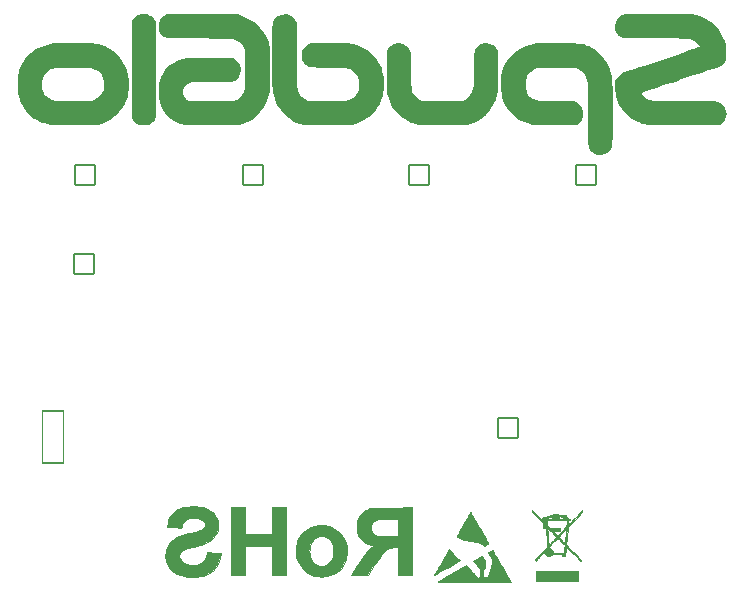
<source format=gbo>
%TF.GenerationSoftware,KiCad,Pcbnew,(6.0.10-0)*%
%TF.CreationDate,2023-01-26T22:23:52-06:00*%
%TF.ProjectId,spudglo_driver_v4p1,73707564-676c-46f5-9f64-72697665725f,rev?*%
%TF.SameCoordinates,Original*%
%TF.FileFunction,Legend,Bot*%
%TF.FilePolarity,Positive*%
%FSLAX46Y46*%
G04 Gerber Fmt 4.6, Leading zero omitted, Abs format (unit mm)*
G04 Created by KiCad (PCBNEW (6.0.10-0)) date 2023-01-26 22:23:52*
%MOMM*%
%LPD*%
G01*
G04 APERTURE LIST*
G04 Aperture macros list*
%AMRoundRect*
0 Rectangle with rounded corners*
0 $1 Rounding radius*
0 $2 $3 $4 $5 $6 $7 $8 $9 X,Y pos of 4 corners*
0 Add a 4 corners polygon primitive as box body*
4,1,4,$2,$3,$4,$5,$6,$7,$8,$9,$2,$3,0*
0 Add four circle primitives for the rounded corners*
1,1,$1+$1,$2,$3*
1,1,$1+$1,$4,$5*
1,1,$1+$1,$6,$7*
1,1,$1+$1,$8,$9*
0 Add four rect primitives between the rounded corners*
20,1,$1+$1,$2,$3,$4,$5,0*
20,1,$1+$1,$4,$5,$6,$7,0*
20,1,$1+$1,$6,$7,$8,$9,0*
20,1,$1+$1,$8,$9,$2,$3,0*%
G04 Aperture macros list end*
%ADD10C,0.010000*%
%ADD11RoundRect,0.050000X-1.200000X-0.800000X1.200000X-0.800000X1.200000X0.800000X-1.200000X0.800000X0*%
%ADD12O,2.500000X1.700000*%
%ADD13RoundRect,0.050000X0.850000X0.850000X-0.850000X0.850000X-0.850000X-0.850000X0.850000X-0.850000X0*%
%ADD14O,1.800000X1.800000*%
%ADD15RoundRect,0.050000X-0.850000X0.850000X-0.850000X-0.850000X0.850000X-0.850000X0.850000X0.850000X0*%
%ADD16RoundRect,0.050000X-0.850000X-0.850000X0.850000X-0.850000X0.850000X0.850000X-0.850000X0.850000X0*%
%ADD17RoundRect,0.050000X-0.900000X2.200000X-0.900000X-2.200000X0.900000X-2.200000X0.900000X2.200000X0*%
%ADD18O,1.900000X4.100000*%
%ADD19O,4.100000X1.900000*%
%ADD20RoundRect,0.050000X0.850000X-0.850000X0.850000X0.850000X-0.850000X0.850000X-0.850000X-0.850000X0*%
%ADD21C,7.100000*%
%ADD22C,5.100000*%
%ADD23C,2.100000*%
G04 APERTURE END LIST*
G36*
X180472971Y-129747822D02*
G01*
X176952178Y-129747822D01*
X176952178Y-128880198D01*
X180472971Y-128880198D01*
X180472971Y-129747822D01*
G37*
D10*
X180472971Y-129747822D02*
X176952178Y-129747822D01*
X176952178Y-128880198D01*
X180472971Y-128880198D01*
X180472971Y-129747822D01*
G36*
X179711662Y-124490696D02*
G01*
X179751314Y-124491782D01*
X179819109Y-124491782D01*
X179819109Y-124604951D01*
X179659577Y-124604951D01*
X179644682Y-124782732D01*
X179642682Y-124807037D01*
X179638023Y-124867880D01*
X179634731Y-124917389D01*
X179633092Y-124950992D01*
X179633390Y-124964116D01*
X179637724Y-124960343D01*
X179657496Y-124940676D01*
X179691679Y-124905818D01*
X179738541Y-124857576D01*
X179796354Y-124797757D01*
X179863387Y-124728167D01*
X179937912Y-124650615D01*
X180018197Y-124566907D01*
X180102513Y-124478849D01*
X180189130Y-124388250D01*
X180276319Y-124296915D01*
X180362349Y-124206653D01*
X180445492Y-124119269D01*
X180524016Y-124036572D01*
X180596192Y-123960368D01*
X180660291Y-123892463D01*
X180714583Y-123834666D01*
X180811592Y-123731040D01*
X180812034Y-123819315D01*
X180812475Y-123907589D01*
X180211938Y-124539158D01*
X179611401Y-125170726D01*
X179599396Y-125314674D01*
X179551365Y-125890635D01*
X179542876Y-125992791D01*
X179532343Y-126120612D01*
X179522621Y-126239767D01*
X179513898Y-126347914D01*
X179506358Y-126442713D01*
X179500187Y-126521819D01*
X179495573Y-126582892D01*
X179492700Y-126623590D01*
X179491754Y-126641570D01*
X179494251Y-126649808D01*
X179505471Y-126667599D01*
X179526751Y-126694411D01*
X179537021Y-126706129D01*
X179559225Y-126731466D01*
X179604023Y-126779986D01*
X179662281Y-126841192D01*
X179735129Y-126916307D01*
X179823703Y-127006550D01*
X179929134Y-127113145D01*
X179998492Y-127183093D01*
X180095179Y-127280658D01*
X180191526Y-127377941D01*
X180284638Y-127472014D01*
X180371618Y-127559950D01*
X180449569Y-127638820D01*
X180515596Y-127705699D01*
X180566802Y-127757658D01*
X180767514Y-127961620D01*
X180731058Y-127999671D01*
X180722460Y-128008245D01*
X180697095Y-128029297D01*
X180679695Y-128037723D01*
X180666071Y-128030530D01*
X180640743Y-128008944D01*
X180610379Y-127977995D01*
X180591896Y-127958448D01*
X180557427Y-127922752D01*
X180508712Y-127872684D01*
X180447469Y-127810001D01*
X180375420Y-127736457D01*
X180294285Y-127653810D01*
X180205784Y-127563815D01*
X180111637Y-127468228D01*
X180013565Y-127368805D01*
X179471161Y-126819343D01*
X179449066Y-127104746D01*
X179444250Y-127165662D01*
X179437216Y-127247548D01*
X179430872Y-127309569D01*
X179424748Y-127354987D01*
X179418373Y-127387062D01*
X179411277Y-127409052D01*
X179402991Y-127424219D01*
X179391393Y-127445416D01*
X179381850Y-127484386D01*
X179379010Y-127540531D01*
X179379010Y-127622773D01*
X179152674Y-127622773D01*
X179152674Y-127446733D01*
X178307082Y-127446733D01*
X178258203Y-127502262D01*
X178244836Y-127516722D01*
X178172388Y-127574813D01*
X178090532Y-127610576D01*
X178001900Y-127622773D01*
X177923692Y-127616306D01*
X177835233Y-127589047D01*
X177759507Y-127540328D01*
X177744748Y-127526403D01*
X177707864Y-127481328D01*
X177675503Y-127428819D01*
X177652297Y-127377061D01*
X177642879Y-127334239D01*
X177642697Y-127328023D01*
X177641342Y-127305246D01*
X177637800Y-127289513D01*
X177630390Y-127282068D01*
X177617431Y-127284156D01*
X177597243Y-127297020D01*
X177568145Y-127321905D01*
X177528456Y-127360053D01*
X177476496Y-127412710D01*
X177410584Y-127481119D01*
X177329040Y-127566524D01*
X177285604Y-127612112D01*
X177213000Y-127688441D01*
X177144309Y-127760808D01*
X177082223Y-127826366D01*
X177029434Y-127882274D01*
X176988634Y-127925686D01*
X176962515Y-127953758D01*
X176891119Y-128031436D01*
X176802863Y-127943416D01*
X177348690Y-127371287D01*
X177383105Y-127335188D01*
X177505546Y-127206272D01*
X177610651Y-127094754D01*
X177698736Y-127000288D01*
X177770116Y-126922529D01*
X177820588Y-126866174D01*
X178027247Y-126866174D01*
X178028872Y-126879434D01*
X178029156Y-126880819D01*
X178042698Y-126912228D01*
X178069748Y-126926863D01*
X178153129Y-126958063D01*
X178227418Y-127010038D01*
X178285846Y-127078791D01*
X178325890Y-127161315D01*
X178345026Y-127254606D01*
X178351364Y-127333565D01*
X179300838Y-127333565D01*
X179307458Y-127305273D01*
X179308629Y-127298329D01*
X179312268Y-127267281D01*
X179317234Y-127217081D01*
X179323157Y-127151727D01*
X179329669Y-127075219D01*
X179336401Y-126991555D01*
X179358724Y-126706129D01*
X179057826Y-126400565D01*
X179002636Y-126344704D01*
X178935109Y-126276888D01*
X178874529Y-126216643D01*
X178823021Y-126166052D01*
X178782710Y-126127200D01*
X178755722Y-126102170D01*
X178744182Y-126093046D01*
X178736444Y-126097405D01*
X178713395Y-126117241D01*
X178678709Y-126150375D01*
X178635487Y-126193820D01*
X178586832Y-126244587D01*
X178574140Y-126258051D01*
X178517229Y-126318275D01*
X178449414Y-126389864D01*
X178375800Y-126467437D01*
X178301493Y-126545611D01*
X178231599Y-126619005D01*
X178227401Y-126623409D01*
X178162420Y-126691785D01*
X178112836Y-126744732D01*
X178076688Y-126784767D01*
X178052016Y-126814411D01*
X178036858Y-126836181D01*
X178029256Y-126852595D01*
X178027247Y-126866174D01*
X177820588Y-126866174D01*
X177825105Y-126861131D01*
X177864019Y-126815748D01*
X177887173Y-126786035D01*
X177894882Y-126771644D01*
X177894883Y-126771559D01*
X177893825Y-126753624D01*
X177890737Y-126713421D01*
X177885858Y-126653687D01*
X177879432Y-126577158D01*
X177871700Y-126486569D01*
X177862905Y-126384657D01*
X177853287Y-126274159D01*
X177843091Y-126157811D01*
X177832556Y-126038348D01*
X177821926Y-125918507D01*
X177811442Y-125801025D01*
X177801346Y-125688637D01*
X177791881Y-125584081D01*
X177783288Y-125490091D01*
X177775809Y-125409405D01*
X177769687Y-125344759D01*
X177765162Y-125298888D01*
X177762478Y-125274530D01*
X177757067Y-125233732D01*
X177886253Y-125233732D01*
X177887908Y-125264653D01*
X177891549Y-125316653D01*
X177896995Y-125387487D01*
X177904063Y-125474911D01*
X177912570Y-125576681D01*
X177922335Y-125690552D01*
X177933174Y-125814279D01*
X177944907Y-125945618D01*
X177954079Y-126046908D01*
X177965566Y-126172526D01*
X177976322Y-126288762D01*
X177986131Y-126393380D01*
X177994781Y-126484140D01*
X178002057Y-126558804D01*
X178007746Y-126615134D01*
X178011634Y-126650891D01*
X178013506Y-126663837D01*
X178019188Y-126659826D01*
X178040020Y-126640138D01*
X178073872Y-126606322D01*
X178118412Y-126560837D01*
X178171310Y-126506146D01*
X178230236Y-126444710D01*
X178292858Y-126378990D01*
X178356848Y-126311449D01*
X178419874Y-126244547D01*
X178479606Y-126180746D01*
X178533713Y-126122507D01*
X178579865Y-126072292D01*
X178615733Y-126032563D01*
X178638984Y-126005780D01*
X178645778Y-125996477D01*
X178827601Y-125996477D01*
X179103305Y-126271968D01*
X179170726Y-126339224D01*
X179234267Y-126402162D01*
X179283490Y-126450100D01*
X179320196Y-126484594D01*
X179346190Y-126507199D01*
X179363276Y-126519471D01*
X179373256Y-126522966D01*
X179377935Y-126519238D01*
X179379116Y-126509844D01*
X179379873Y-126494749D01*
X179382601Y-126455883D01*
X179387108Y-126396895D01*
X179393179Y-126320473D01*
X179400596Y-126229305D01*
X179409142Y-126126080D01*
X179418602Y-126013483D01*
X179428758Y-125894205D01*
X179437723Y-125789077D01*
X179447066Y-125678351D01*
X179455443Y-125577814D01*
X179462653Y-125489943D01*
X179468496Y-125417215D01*
X179472769Y-125362110D01*
X179475273Y-125327104D01*
X179475805Y-125314674D01*
X179475384Y-125314908D01*
X179463509Y-125326350D01*
X179437130Y-125353198D01*
X179398570Y-125393018D01*
X179350153Y-125443372D01*
X179294203Y-125501828D01*
X179233042Y-125565948D01*
X179168995Y-125633298D01*
X179104385Y-125701443D01*
X179041535Y-125767948D01*
X178982768Y-125830377D01*
X178930409Y-125886295D01*
X178829533Y-125994406D01*
X178827601Y-125996477D01*
X178645778Y-125996477D01*
X178647290Y-125994406D01*
X178639148Y-125983383D01*
X178615478Y-125956999D01*
X178578478Y-125917527D01*
X178530350Y-125867191D01*
X178473296Y-125808217D01*
X178409520Y-125742830D01*
X178341222Y-125673255D01*
X178270605Y-125601716D01*
X178199871Y-125530438D01*
X178131222Y-125461647D01*
X178066861Y-125397566D01*
X178008989Y-125340422D01*
X177959810Y-125292439D01*
X177921524Y-125255841D01*
X177896334Y-125232854D01*
X177886442Y-125225703D01*
X177886253Y-125233732D01*
X177757067Y-125233732D01*
X177755390Y-125221089D01*
X177480297Y-125221089D01*
X177480140Y-125120495D01*
X177580891Y-125120495D01*
X177662624Y-125120495D01*
X177669895Y-125120489D01*
X177710950Y-125119613D01*
X177733277Y-125115867D01*
X177742529Y-125107270D01*
X177744357Y-125091840D01*
X177736306Y-125069159D01*
X177708730Y-125031428D01*
X177662624Y-124982179D01*
X177580891Y-124901172D01*
X177580891Y-125120495D01*
X177480140Y-125120495D01*
X177479968Y-125010471D01*
X177479639Y-124799852D01*
X177027914Y-124340891D01*
X176576189Y-123881931D01*
X176575570Y-123794848D01*
X176574951Y-123707767D01*
X177116769Y-124256952D01*
X177169137Y-124309998D01*
X177277803Y-124419772D01*
X177370709Y-124513114D01*
X177449055Y-124591173D01*
X177514043Y-124655097D01*
X177566872Y-124706035D01*
X177608743Y-124745135D01*
X177640855Y-124773548D01*
X177664410Y-124792420D01*
X177680608Y-124802901D01*
X177690649Y-124806139D01*
X177707579Y-124805158D01*
X177717084Y-124797996D01*
X177718723Y-124778401D01*
X177714782Y-124740124D01*
X177712065Y-124716025D01*
X177708284Y-124675744D01*
X177706760Y-124648961D01*
X177706015Y-124639728D01*
X177698746Y-124629839D01*
X177678668Y-124626562D01*
X177639689Y-124627992D01*
X177629737Y-124628553D01*
X177589898Y-124627921D01*
X177561560Y-124619167D01*
X177541586Y-124604951D01*
X177824852Y-124604951D01*
X177829013Y-124652104D01*
X177830935Y-124673498D01*
X177836924Y-124731909D01*
X177842826Y-124770381D01*
X177849727Y-124792912D01*
X177858712Y-124803498D01*
X177870870Y-124806139D01*
X177881801Y-124807937D01*
X177889050Y-124816530D01*
X177893100Y-124836505D01*
X177894863Y-124872450D01*
X177895248Y-124928952D01*
X177895248Y-125051766D01*
X177935447Y-125091840D01*
X178033565Y-125189654D01*
X178171881Y-125327542D01*
X178171881Y-125221089D01*
X178926337Y-125221089D01*
X178926337Y-125460000D01*
X178307831Y-125460000D01*
X178517592Y-125676906D01*
X178557770Y-125718334D01*
X178613328Y-125775200D01*
X178661570Y-125824082D01*
X178699971Y-125862441D01*
X178726003Y-125887741D01*
X178737140Y-125897442D01*
X178741373Y-125894767D01*
X178761224Y-125876782D01*
X178795451Y-125843481D01*
X178842227Y-125796712D01*
X178899724Y-125738325D01*
X178966112Y-125670169D01*
X179039564Y-125594094D01*
X179118251Y-125511950D01*
X179197341Y-125428943D01*
X179274871Y-125347136D01*
X179337746Y-125280083D01*
X179387502Y-125226007D01*
X179425678Y-125183129D01*
X179453811Y-125149673D01*
X179473440Y-125123861D01*
X179486101Y-125103914D01*
X179493334Y-125088056D01*
X179496675Y-125074509D01*
X179497561Y-125067910D01*
X179501488Y-125031548D01*
X179506459Y-124978018D01*
X179511927Y-124913421D01*
X179517344Y-124843862D01*
X179519181Y-124819635D01*
X179524488Y-124754178D01*
X179529548Y-124697717D01*
X179533863Y-124655618D01*
X179536934Y-124633243D01*
X179542955Y-124604951D01*
X177824852Y-124604951D01*
X177541586Y-124604951D01*
X177533630Y-124599289D01*
X177528820Y-124595104D01*
X177489482Y-124544427D01*
X177473903Y-124491782D01*
X177814698Y-124491782D01*
X179229221Y-124491782D01*
X179441881Y-124491782D01*
X179498908Y-124491782D01*
X179515993Y-124491662D01*
X179541308Y-124489462D01*
X179548616Y-124482334D01*
X179542943Y-124467508D01*
X179541267Y-124464682D01*
X179522448Y-124442944D01*
X179495183Y-124418820D01*
X179467987Y-124399254D01*
X179449371Y-124391188D01*
X179447697Y-124392463D01*
X179443544Y-124409976D01*
X179441881Y-124441485D01*
X179441881Y-124491782D01*
X179229221Y-124491782D01*
X179225526Y-124401095D01*
X179221832Y-124310407D01*
X179146386Y-124295252D01*
X179108551Y-124288379D01*
X179045368Y-124278756D01*
X178986065Y-124271496D01*
X178901188Y-124262893D01*
X178901188Y-124366040D01*
X178322773Y-124366040D01*
X178322773Y-124275122D01*
X178250471Y-124283753D01*
X178139998Y-124302249D01*
X178028816Y-124335691D01*
X177936850Y-124382324D01*
X177862542Y-124442786D01*
X177814698Y-124491782D01*
X177473903Y-124491782D01*
X177472172Y-124485934D01*
X177477474Y-124424575D01*
X177505975Y-124365297D01*
X177508733Y-124361606D01*
X177546822Y-124329851D01*
X177596476Y-124311067D01*
X177650002Y-124306071D01*
X177699707Y-124315678D01*
X177737900Y-124340704D01*
X177750831Y-124353480D01*
X177763428Y-124356576D01*
X177781467Y-124346998D01*
X177811928Y-124323082D01*
X177821274Y-124315731D01*
X177893430Y-124269339D01*
X177978915Y-124228084D01*
X178048830Y-124202575D01*
X178423367Y-124202575D01*
X178423367Y-124265446D01*
X178800594Y-124265446D01*
X178800594Y-124202575D01*
X178423367Y-124202575D01*
X178048830Y-124202575D01*
X178069767Y-124194936D01*
X178158027Y-124172868D01*
X178235736Y-124164852D01*
X178243991Y-124164788D01*
X178289879Y-124160321D01*
X178315079Y-124147795D01*
X178322773Y-124125784D01*
X178323676Y-124118849D01*
X178328615Y-124112885D01*
X178340611Y-124108519D01*
X178362680Y-124105503D01*
X178397836Y-124103590D01*
X178449094Y-124102530D01*
X178519471Y-124102077D01*
X178611980Y-124101980D01*
X178698660Y-124102150D01*
X178772332Y-124102834D01*
X178826265Y-124104215D01*
X178863288Y-124106470D01*
X178886230Y-124109778D01*
X178897920Y-124114320D01*
X178901188Y-124120272D01*
X178911937Y-124134888D01*
X178942055Y-124144215D01*
X178953582Y-124145847D01*
X178992886Y-124151591D01*
X179045188Y-124159378D01*
X179102376Y-124168003D01*
X179133916Y-124172393D01*
X179180074Y-124177148D01*
X179212641Y-124178295D01*
X179226023Y-124175495D01*
X179228308Y-124173671D01*
X179249405Y-124169165D01*
X179287355Y-124166029D01*
X179336048Y-124164852D01*
X179441881Y-124164852D01*
X179441894Y-124202575D01*
X179441894Y-124205718D01*
X179442388Y-124218668D01*
X179448819Y-124240411D01*
X179467123Y-124258851D01*
X179502830Y-124280801D01*
X179534174Y-124300854D01*
X179581893Y-124339356D01*
X179625138Y-124382579D01*
X179658219Y-124424627D01*
X179675442Y-124459604D01*
X179679662Y-124473081D01*
X179687480Y-124482334D01*
X179690116Y-124485454D01*
X179711662Y-124490696D01*
G37*
X179711662Y-124490696D02*
X179751314Y-124491782D01*
X179819109Y-124491782D01*
X179819109Y-124604951D01*
X179659577Y-124604951D01*
X179644682Y-124782732D01*
X179642682Y-124807037D01*
X179638023Y-124867880D01*
X179634731Y-124917389D01*
X179633092Y-124950992D01*
X179633390Y-124964116D01*
X179637724Y-124960343D01*
X179657496Y-124940676D01*
X179691679Y-124905818D01*
X179738541Y-124857576D01*
X179796354Y-124797757D01*
X179863387Y-124728167D01*
X179937912Y-124650615D01*
X180018197Y-124566907D01*
X180102513Y-124478849D01*
X180189130Y-124388250D01*
X180276319Y-124296915D01*
X180362349Y-124206653D01*
X180445492Y-124119269D01*
X180524016Y-124036572D01*
X180596192Y-123960368D01*
X180660291Y-123892463D01*
X180714583Y-123834666D01*
X180811592Y-123731040D01*
X180812034Y-123819315D01*
X180812475Y-123907589D01*
X180211938Y-124539158D01*
X179611401Y-125170726D01*
X179599396Y-125314674D01*
X179551365Y-125890635D01*
X179542876Y-125992791D01*
X179532343Y-126120612D01*
X179522621Y-126239767D01*
X179513898Y-126347914D01*
X179506358Y-126442713D01*
X179500187Y-126521819D01*
X179495573Y-126582892D01*
X179492700Y-126623590D01*
X179491754Y-126641570D01*
X179494251Y-126649808D01*
X179505471Y-126667599D01*
X179526751Y-126694411D01*
X179537021Y-126706129D01*
X179559225Y-126731466D01*
X179604023Y-126779986D01*
X179662281Y-126841192D01*
X179735129Y-126916307D01*
X179823703Y-127006550D01*
X179929134Y-127113145D01*
X179998492Y-127183093D01*
X180095179Y-127280658D01*
X180191526Y-127377941D01*
X180284638Y-127472014D01*
X180371618Y-127559950D01*
X180449569Y-127638820D01*
X180515596Y-127705699D01*
X180566802Y-127757658D01*
X180767514Y-127961620D01*
X180731058Y-127999671D01*
X180722460Y-128008245D01*
X180697095Y-128029297D01*
X180679695Y-128037723D01*
X180666071Y-128030530D01*
X180640743Y-128008944D01*
X180610379Y-127977995D01*
X180591896Y-127958448D01*
X180557427Y-127922752D01*
X180508712Y-127872684D01*
X180447469Y-127810001D01*
X180375420Y-127736457D01*
X180294285Y-127653810D01*
X180205784Y-127563815D01*
X180111637Y-127468228D01*
X180013565Y-127368805D01*
X179471161Y-126819343D01*
X179449066Y-127104746D01*
X179444250Y-127165662D01*
X179437216Y-127247548D01*
X179430872Y-127309569D01*
X179424748Y-127354987D01*
X179418373Y-127387062D01*
X179411277Y-127409052D01*
X179402991Y-127424219D01*
X179391393Y-127445416D01*
X179381850Y-127484386D01*
X179379010Y-127540531D01*
X179379010Y-127622773D01*
X179152674Y-127622773D01*
X179152674Y-127446733D01*
X178307082Y-127446733D01*
X178258203Y-127502262D01*
X178244836Y-127516722D01*
X178172388Y-127574813D01*
X178090532Y-127610576D01*
X178001900Y-127622773D01*
X177923692Y-127616306D01*
X177835233Y-127589047D01*
X177759507Y-127540328D01*
X177744748Y-127526403D01*
X177707864Y-127481328D01*
X177675503Y-127428819D01*
X177652297Y-127377061D01*
X177642879Y-127334239D01*
X177642697Y-127328023D01*
X177641342Y-127305246D01*
X177637800Y-127289513D01*
X177630390Y-127282068D01*
X177617431Y-127284156D01*
X177597243Y-127297020D01*
X177568145Y-127321905D01*
X177528456Y-127360053D01*
X177476496Y-127412710D01*
X177410584Y-127481119D01*
X177329040Y-127566524D01*
X177285604Y-127612112D01*
X177213000Y-127688441D01*
X177144309Y-127760808D01*
X177082223Y-127826366D01*
X177029434Y-127882274D01*
X176988634Y-127925686D01*
X176962515Y-127953758D01*
X176891119Y-128031436D01*
X176802863Y-127943416D01*
X177348690Y-127371287D01*
X177383105Y-127335188D01*
X177505546Y-127206272D01*
X177610651Y-127094754D01*
X177698736Y-127000288D01*
X177770116Y-126922529D01*
X177820588Y-126866174D01*
X178027247Y-126866174D01*
X178028872Y-126879434D01*
X178029156Y-126880819D01*
X178042698Y-126912228D01*
X178069748Y-126926863D01*
X178153129Y-126958063D01*
X178227418Y-127010038D01*
X178285846Y-127078791D01*
X178325890Y-127161315D01*
X178345026Y-127254606D01*
X178351364Y-127333565D01*
X179300838Y-127333565D01*
X179307458Y-127305273D01*
X179308629Y-127298329D01*
X179312268Y-127267281D01*
X179317234Y-127217081D01*
X179323157Y-127151727D01*
X179329669Y-127075219D01*
X179336401Y-126991555D01*
X179358724Y-126706129D01*
X179057826Y-126400565D01*
X179002636Y-126344704D01*
X178935109Y-126276888D01*
X178874529Y-126216643D01*
X178823021Y-126166052D01*
X178782710Y-126127200D01*
X178755722Y-126102170D01*
X178744182Y-126093046D01*
X178736444Y-126097405D01*
X178713395Y-126117241D01*
X178678709Y-126150375D01*
X178635487Y-126193820D01*
X178586832Y-126244587D01*
X178574140Y-126258051D01*
X178517229Y-126318275D01*
X178449414Y-126389864D01*
X178375800Y-126467437D01*
X178301493Y-126545611D01*
X178231599Y-126619005D01*
X178227401Y-126623409D01*
X178162420Y-126691785D01*
X178112836Y-126744732D01*
X178076688Y-126784767D01*
X178052016Y-126814411D01*
X178036858Y-126836181D01*
X178029256Y-126852595D01*
X178027247Y-126866174D01*
X177820588Y-126866174D01*
X177825105Y-126861131D01*
X177864019Y-126815748D01*
X177887173Y-126786035D01*
X177894882Y-126771644D01*
X177894883Y-126771559D01*
X177893825Y-126753624D01*
X177890737Y-126713421D01*
X177885858Y-126653687D01*
X177879432Y-126577158D01*
X177871700Y-126486569D01*
X177862905Y-126384657D01*
X177853287Y-126274159D01*
X177843091Y-126157811D01*
X177832556Y-126038348D01*
X177821926Y-125918507D01*
X177811442Y-125801025D01*
X177801346Y-125688637D01*
X177791881Y-125584081D01*
X177783288Y-125490091D01*
X177775809Y-125409405D01*
X177769687Y-125344759D01*
X177765162Y-125298888D01*
X177762478Y-125274530D01*
X177757067Y-125233732D01*
X177886253Y-125233732D01*
X177887908Y-125264653D01*
X177891549Y-125316653D01*
X177896995Y-125387487D01*
X177904063Y-125474911D01*
X177912570Y-125576681D01*
X177922335Y-125690552D01*
X177933174Y-125814279D01*
X177944907Y-125945618D01*
X177954079Y-126046908D01*
X177965566Y-126172526D01*
X177976322Y-126288762D01*
X177986131Y-126393380D01*
X177994781Y-126484140D01*
X178002057Y-126558804D01*
X178007746Y-126615134D01*
X178011634Y-126650891D01*
X178013506Y-126663837D01*
X178019188Y-126659826D01*
X178040020Y-126640138D01*
X178073872Y-126606322D01*
X178118412Y-126560837D01*
X178171310Y-126506146D01*
X178230236Y-126444710D01*
X178292858Y-126378990D01*
X178356848Y-126311449D01*
X178419874Y-126244547D01*
X178479606Y-126180746D01*
X178533713Y-126122507D01*
X178579865Y-126072292D01*
X178615733Y-126032563D01*
X178638984Y-126005780D01*
X178645778Y-125996477D01*
X178827601Y-125996477D01*
X179103305Y-126271968D01*
X179170726Y-126339224D01*
X179234267Y-126402162D01*
X179283490Y-126450100D01*
X179320196Y-126484594D01*
X179346190Y-126507199D01*
X179363276Y-126519471D01*
X179373256Y-126522966D01*
X179377935Y-126519238D01*
X179379116Y-126509844D01*
X179379873Y-126494749D01*
X179382601Y-126455883D01*
X179387108Y-126396895D01*
X179393179Y-126320473D01*
X179400596Y-126229305D01*
X179409142Y-126126080D01*
X179418602Y-126013483D01*
X179428758Y-125894205D01*
X179437723Y-125789077D01*
X179447066Y-125678351D01*
X179455443Y-125577814D01*
X179462653Y-125489943D01*
X179468496Y-125417215D01*
X179472769Y-125362110D01*
X179475273Y-125327104D01*
X179475805Y-125314674D01*
X179475384Y-125314908D01*
X179463509Y-125326350D01*
X179437130Y-125353198D01*
X179398570Y-125393018D01*
X179350153Y-125443372D01*
X179294203Y-125501828D01*
X179233042Y-125565948D01*
X179168995Y-125633298D01*
X179104385Y-125701443D01*
X179041535Y-125767948D01*
X178982768Y-125830377D01*
X178930409Y-125886295D01*
X178829533Y-125994406D01*
X178827601Y-125996477D01*
X178645778Y-125996477D01*
X178647290Y-125994406D01*
X178639148Y-125983383D01*
X178615478Y-125956999D01*
X178578478Y-125917527D01*
X178530350Y-125867191D01*
X178473296Y-125808217D01*
X178409520Y-125742830D01*
X178341222Y-125673255D01*
X178270605Y-125601716D01*
X178199871Y-125530438D01*
X178131222Y-125461647D01*
X178066861Y-125397566D01*
X178008989Y-125340422D01*
X177959810Y-125292439D01*
X177921524Y-125255841D01*
X177896334Y-125232854D01*
X177886442Y-125225703D01*
X177886253Y-125233732D01*
X177757067Y-125233732D01*
X177755390Y-125221089D01*
X177480297Y-125221089D01*
X177480140Y-125120495D01*
X177580891Y-125120495D01*
X177662624Y-125120495D01*
X177669895Y-125120489D01*
X177710950Y-125119613D01*
X177733277Y-125115867D01*
X177742529Y-125107270D01*
X177744357Y-125091840D01*
X177736306Y-125069159D01*
X177708730Y-125031428D01*
X177662624Y-124982179D01*
X177580891Y-124901172D01*
X177580891Y-125120495D01*
X177480140Y-125120495D01*
X177479968Y-125010471D01*
X177479639Y-124799852D01*
X177027914Y-124340891D01*
X176576189Y-123881931D01*
X176575570Y-123794848D01*
X176574951Y-123707767D01*
X177116769Y-124256952D01*
X177169137Y-124309998D01*
X177277803Y-124419772D01*
X177370709Y-124513114D01*
X177449055Y-124591173D01*
X177514043Y-124655097D01*
X177566872Y-124706035D01*
X177608743Y-124745135D01*
X177640855Y-124773548D01*
X177664410Y-124792420D01*
X177680608Y-124802901D01*
X177690649Y-124806139D01*
X177707579Y-124805158D01*
X177717084Y-124797996D01*
X177718723Y-124778401D01*
X177714782Y-124740124D01*
X177712065Y-124716025D01*
X177708284Y-124675744D01*
X177706760Y-124648961D01*
X177706015Y-124639728D01*
X177698746Y-124629839D01*
X177678668Y-124626562D01*
X177639689Y-124627992D01*
X177629737Y-124628553D01*
X177589898Y-124627921D01*
X177561560Y-124619167D01*
X177541586Y-124604951D01*
X177824852Y-124604951D01*
X177829013Y-124652104D01*
X177830935Y-124673498D01*
X177836924Y-124731909D01*
X177842826Y-124770381D01*
X177849727Y-124792912D01*
X177858712Y-124803498D01*
X177870870Y-124806139D01*
X177881801Y-124807937D01*
X177889050Y-124816530D01*
X177893100Y-124836505D01*
X177894863Y-124872450D01*
X177895248Y-124928952D01*
X177895248Y-125051766D01*
X177935447Y-125091840D01*
X178033565Y-125189654D01*
X178171881Y-125327542D01*
X178171881Y-125221089D01*
X178926337Y-125221089D01*
X178926337Y-125460000D01*
X178307831Y-125460000D01*
X178517592Y-125676906D01*
X178557770Y-125718334D01*
X178613328Y-125775200D01*
X178661570Y-125824082D01*
X178699971Y-125862441D01*
X178726003Y-125887741D01*
X178737140Y-125897442D01*
X178741373Y-125894767D01*
X178761224Y-125876782D01*
X178795451Y-125843481D01*
X178842227Y-125796712D01*
X178899724Y-125738325D01*
X178966112Y-125670169D01*
X179039564Y-125594094D01*
X179118251Y-125511950D01*
X179197341Y-125428943D01*
X179274871Y-125347136D01*
X179337746Y-125280083D01*
X179387502Y-125226007D01*
X179425678Y-125183129D01*
X179453811Y-125149673D01*
X179473440Y-125123861D01*
X179486101Y-125103914D01*
X179493334Y-125088056D01*
X179496675Y-125074509D01*
X179497561Y-125067910D01*
X179501488Y-125031548D01*
X179506459Y-124978018D01*
X179511927Y-124913421D01*
X179517344Y-124843862D01*
X179519181Y-124819635D01*
X179524488Y-124754178D01*
X179529548Y-124697717D01*
X179533863Y-124655618D01*
X179536934Y-124633243D01*
X179542955Y-124604951D01*
X177824852Y-124604951D01*
X177541586Y-124604951D01*
X177533630Y-124599289D01*
X177528820Y-124595104D01*
X177489482Y-124544427D01*
X177473903Y-124491782D01*
X177814698Y-124491782D01*
X179229221Y-124491782D01*
X179441881Y-124491782D01*
X179498908Y-124491782D01*
X179515993Y-124491662D01*
X179541308Y-124489462D01*
X179548616Y-124482334D01*
X179542943Y-124467508D01*
X179541267Y-124464682D01*
X179522448Y-124442944D01*
X179495183Y-124418820D01*
X179467987Y-124399254D01*
X179449371Y-124391188D01*
X179447697Y-124392463D01*
X179443544Y-124409976D01*
X179441881Y-124441485D01*
X179441881Y-124491782D01*
X179229221Y-124491782D01*
X179225526Y-124401095D01*
X179221832Y-124310407D01*
X179146386Y-124295252D01*
X179108551Y-124288379D01*
X179045368Y-124278756D01*
X178986065Y-124271496D01*
X178901188Y-124262893D01*
X178901188Y-124366040D01*
X178322773Y-124366040D01*
X178322773Y-124275122D01*
X178250471Y-124283753D01*
X178139998Y-124302249D01*
X178028816Y-124335691D01*
X177936850Y-124382324D01*
X177862542Y-124442786D01*
X177814698Y-124491782D01*
X177473903Y-124491782D01*
X177472172Y-124485934D01*
X177477474Y-124424575D01*
X177505975Y-124365297D01*
X177508733Y-124361606D01*
X177546822Y-124329851D01*
X177596476Y-124311067D01*
X177650002Y-124306071D01*
X177699707Y-124315678D01*
X177737900Y-124340704D01*
X177750831Y-124353480D01*
X177763428Y-124356576D01*
X177781467Y-124346998D01*
X177811928Y-124323082D01*
X177821274Y-124315731D01*
X177893430Y-124269339D01*
X177978915Y-124228084D01*
X178048830Y-124202575D01*
X178423367Y-124202575D01*
X178423367Y-124265446D01*
X178800594Y-124265446D01*
X178800594Y-124202575D01*
X178423367Y-124202575D01*
X178048830Y-124202575D01*
X178069767Y-124194936D01*
X178158027Y-124172868D01*
X178235736Y-124164852D01*
X178243991Y-124164788D01*
X178289879Y-124160321D01*
X178315079Y-124147795D01*
X178322773Y-124125784D01*
X178323676Y-124118849D01*
X178328615Y-124112885D01*
X178340611Y-124108519D01*
X178362680Y-124105503D01*
X178397836Y-124103590D01*
X178449094Y-124102530D01*
X178519471Y-124102077D01*
X178611980Y-124101980D01*
X178698660Y-124102150D01*
X178772332Y-124102834D01*
X178826265Y-124104215D01*
X178863288Y-124106470D01*
X178886230Y-124109778D01*
X178897920Y-124114320D01*
X178901188Y-124120272D01*
X178911937Y-124134888D01*
X178942055Y-124144215D01*
X178953582Y-124145847D01*
X178992886Y-124151591D01*
X179045188Y-124159378D01*
X179102376Y-124168003D01*
X179133916Y-124172393D01*
X179180074Y-124177148D01*
X179212641Y-124178295D01*
X179226023Y-124175495D01*
X179228308Y-124173671D01*
X179249405Y-124169165D01*
X179287355Y-124166029D01*
X179336048Y-124164852D01*
X179441881Y-124164852D01*
X179441894Y-124202575D01*
X179441894Y-124205718D01*
X179442388Y-124218668D01*
X179448819Y-124240411D01*
X179467123Y-124258851D01*
X179502830Y-124280801D01*
X179534174Y-124300854D01*
X179581893Y-124339356D01*
X179625138Y-124382579D01*
X179658219Y-124424627D01*
X179675442Y-124459604D01*
X179679662Y-124473081D01*
X179687480Y-124482334D01*
X179690116Y-124485454D01*
X179711662Y-124490696D01*
G36*
X165264800Y-129268927D02*
G01*
X165253060Y-126876337D01*
X164968259Y-126879581D01*
X164827605Y-126883748D01*
X164640124Y-126901717D01*
X164482859Y-126937065D01*
X164347433Y-126993633D01*
X164225469Y-127075264D01*
X164108591Y-127185803D01*
X163988422Y-127329090D01*
X163960581Y-127366217D01*
X163899828Y-127450650D01*
X163819764Y-127564588D01*
X163723835Y-127703020D01*
X163615491Y-127860934D01*
X163498179Y-128033322D01*
X163375348Y-128215171D01*
X163250446Y-128401471D01*
X162671131Y-129268927D01*
X161972051Y-129268927D01*
X161892525Y-129268858D01*
X161726003Y-129268242D01*
X161577494Y-129267056D01*
X161452468Y-129265383D01*
X161356393Y-129263308D01*
X161294738Y-129260912D01*
X161272971Y-129258279D01*
X161273029Y-129257849D01*
X161286360Y-129232179D01*
X161320988Y-129173411D01*
X161373920Y-129086290D01*
X161442160Y-128975562D01*
X161522714Y-128845972D01*
X161612588Y-128702265D01*
X161708786Y-128549188D01*
X161808315Y-128391486D01*
X161908179Y-128233904D01*
X162005385Y-128081189D01*
X162096936Y-127938084D01*
X162179840Y-127809337D01*
X162251101Y-127699693D01*
X162307725Y-127613897D01*
X162346717Y-127556694D01*
X162369568Y-127524824D01*
X162523949Y-127330062D01*
X162693863Y-127146184D01*
X162868918Y-126983751D01*
X163038721Y-126853329D01*
X163205632Y-126740266D01*
X163129435Y-126720614D01*
X162993602Y-126684338D01*
X162802053Y-126626676D01*
X162642669Y-126567918D01*
X162507442Y-126504089D01*
X162388368Y-126431210D01*
X162277440Y-126345306D01*
X162166652Y-126242400D01*
X162084084Y-126155261D01*
X161952507Y-125984427D01*
X161855088Y-125803852D01*
X161789002Y-125606176D01*
X161751423Y-125384041D01*
X161743325Y-125211200D01*
X162944943Y-125211200D01*
X162963676Y-125396380D01*
X163019025Y-125556384D01*
X163111894Y-125693895D01*
X163125451Y-125708765D01*
X163216003Y-125785125D01*
X163328449Y-125842449D01*
X163470243Y-125883764D01*
X163648836Y-125912100D01*
X163665802Y-125913814D01*
X163750915Y-125919439D01*
X163871510Y-125924484D01*
X164019937Y-125928754D01*
X164188545Y-125932057D01*
X164369681Y-125934201D01*
X164555694Y-125934990D01*
X165264399Y-125935177D01*
X165264399Y-124506427D01*
X164406730Y-124506427D01*
X164270145Y-124506511D01*
X164065187Y-124507136D01*
X163898155Y-124508516D01*
X163764328Y-124510825D01*
X163658986Y-124514235D01*
X163577410Y-124518920D01*
X163514879Y-124525053D01*
X163466673Y-124532807D01*
X163428072Y-124542356D01*
X163398244Y-124551722D01*
X163236062Y-124625266D01*
X163109752Y-124726533D01*
X163019204Y-124855668D01*
X162964313Y-125012816D01*
X162944972Y-125198123D01*
X162944943Y-125211200D01*
X161743325Y-125211200D01*
X161739525Y-125130087D01*
X161739563Y-125110013D01*
X161744784Y-124931604D01*
X161761086Y-124781396D01*
X161791734Y-124644367D01*
X161839993Y-124505492D01*
X161909129Y-124349750D01*
X161911944Y-124343865D01*
X161964313Y-124243555D01*
X162020456Y-124158131D01*
X162090972Y-124073253D01*
X162186464Y-123974581D01*
X162211695Y-123949948D01*
X162330659Y-123844616D01*
X162449898Y-123760380D01*
X162578430Y-123693111D01*
X162725270Y-123638684D01*
X162899433Y-123592972D01*
X163109935Y-123551847D01*
X163120756Y-123550259D01*
X163189839Y-123544508D01*
X163302992Y-123539128D01*
X163459200Y-123534139D01*
X163657447Y-123529562D01*
X163896718Y-123525418D01*
X164175997Y-123521728D01*
X164494268Y-123518513D01*
X164850515Y-123515794D01*
X166443685Y-123505324D01*
X166443685Y-129268927D01*
X165264800Y-129268927D01*
G37*
X165264800Y-129268927D02*
X165253060Y-126876337D01*
X164968259Y-126879581D01*
X164827605Y-126883748D01*
X164640124Y-126901717D01*
X164482859Y-126937065D01*
X164347433Y-126993633D01*
X164225469Y-127075264D01*
X164108591Y-127185803D01*
X163988422Y-127329090D01*
X163960581Y-127366217D01*
X163899828Y-127450650D01*
X163819764Y-127564588D01*
X163723835Y-127703020D01*
X163615491Y-127860934D01*
X163498179Y-128033322D01*
X163375348Y-128215171D01*
X163250446Y-128401471D01*
X162671131Y-129268927D01*
X161972051Y-129268927D01*
X161892525Y-129268858D01*
X161726003Y-129268242D01*
X161577494Y-129267056D01*
X161452468Y-129265383D01*
X161356393Y-129263308D01*
X161294738Y-129260912D01*
X161272971Y-129258279D01*
X161273029Y-129257849D01*
X161286360Y-129232179D01*
X161320988Y-129173411D01*
X161373920Y-129086290D01*
X161442160Y-128975562D01*
X161522714Y-128845972D01*
X161612588Y-128702265D01*
X161708786Y-128549188D01*
X161808315Y-128391486D01*
X161908179Y-128233904D01*
X162005385Y-128081189D01*
X162096936Y-127938084D01*
X162179840Y-127809337D01*
X162251101Y-127699693D01*
X162307725Y-127613897D01*
X162346717Y-127556694D01*
X162369568Y-127524824D01*
X162523949Y-127330062D01*
X162693863Y-127146184D01*
X162868918Y-126983751D01*
X163038721Y-126853329D01*
X163205632Y-126740266D01*
X163129435Y-126720614D01*
X162993602Y-126684338D01*
X162802053Y-126626676D01*
X162642669Y-126567918D01*
X162507442Y-126504089D01*
X162388368Y-126431210D01*
X162277440Y-126345306D01*
X162166652Y-126242400D01*
X162084084Y-126155261D01*
X161952507Y-125984427D01*
X161855088Y-125803852D01*
X161789002Y-125606176D01*
X161751423Y-125384041D01*
X161743325Y-125211200D01*
X162944943Y-125211200D01*
X162963676Y-125396380D01*
X163019025Y-125556384D01*
X163111894Y-125693895D01*
X163125451Y-125708765D01*
X163216003Y-125785125D01*
X163328449Y-125842449D01*
X163470243Y-125883764D01*
X163648836Y-125912100D01*
X163665802Y-125913814D01*
X163750915Y-125919439D01*
X163871510Y-125924484D01*
X164019937Y-125928754D01*
X164188545Y-125932057D01*
X164369681Y-125934201D01*
X164555694Y-125934990D01*
X165264399Y-125935177D01*
X165264399Y-124506427D01*
X164406730Y-124506427D01*
X164270145Y-124506511D01*
X164065187Y-124507136D01*
X163898155Y-124508516D01*
X163764328Y-124510825D01*
X163658986Y-124514235D01*
X163577410Y-124518920D01*
X163514879Y-124525053D01*
X163466673Y-124532807D01*
X163428072Y-124542356D01*
X163398244Y-124551722D01*
X163236062Y-124625266D01*
X163109752Y-124726533D01*
X163019204Y-124855668D01*
X162964313Y-125012816D01*
X162944972Y-125198123D01*
X162944943Y-125211200D01*
X161743325Y-125211200D01*
X161739525Y-125130087D01*
X161739563Y-125110013D01*
X161744784Y-124931604D01*
X161761086Y-124781396D01*
X161791734Y-124644367D01*
X161839993Y-124505492D01*
X161909129Y-124349750D01*
X161911944Y-124343865D01*
X161964313Y-124243555D01*
X162020456Y-124158131D01*
X162090972Y-124073253D01*
X162186464Y-123974581D01*
X162211695Y-123949948D01*
X162330659Y-123844616D01*
X162449898Y-123760380D01*
X162578430Y-123693111D01*
X162725270Y-123638684D01*
X162899433Y-123592972D01*
X163109935Y-123551847D01*
X163120756Y-123550259D01*
X163189839Y-123544508D01*
X163302992Y-123539128D01*
X163459200Y-123534139D01*
X163657447Y-123529562D01*
X163896718Y-123525418D01*
X164175997Y-123521728D01*
X164494268Y-123518513D01*
X164850515Y-123515794D01*
X166443685Y-123505324D01*
X166443685Y-129268927D01*
X165264800Y-129268927D01*
G36*
X152314935Y-125776427D02*
G01*
X154560113Y-125776427D01*
X154560113Y-123508569D01*
X155739399Y-123508569D01*
X155739399Y-129268927D01*
X154560498Y-129268927D01*
X154554636Y-128015935D01*
X154548774Y-126762944D01*
X153431855Y-126757061D01*
X152314935Y-126751178D01*
X152314935Y-129268927D01*
X151135649Y-129268927D01*
X151135649Y-123508569D01*
X152314935Y-123508569D01*
X152314935Y-125776427D01*
G37*
X152314935Y-125776427D02*
X154560113Y-125776427D01*
X154560113Y-123508569D01*
X155739399Y-123508569D01*
X155739399Y-129268927D01*
X154560498Y-129268927D01*
X154554636Y-128015935D01*
X154548774Y-126762944D01*
X153431855Y-126757061D01*
X152314935Y-126751178D01*
X152314935Y-129268927D01*
X151135649Y-129268927D01*
X151135649Y-123508569D01*
X152314935Y-123508569D01*
X152314935Y-125776427D01*
G36*
X148051072Y-123423882D02*
G01*
X148156960Y-123427574D01*
X148368174Y-123441148D01*
X148551012Y-123463728D01*
X148716961Y-123497430D01*
X148877509Y-123544367D01*
X149044142Y-123606653D01*
X149151933Y-123655893D01*
X149356204Y-123778912D01*
X149543334Y-123930251D01*
X149703979Y-124101825D01*
X149828793Y-124285547D01*
X149907069Y-124448364D01*
X149983790Y-124690266D01*
X150019517Y-124937425D01*
X150015279Y-125184765D01*
X149972106Y-125427213D01*
X149891030Y-125659694D01*
X149773079Y-125877133D01*
X149619285Y-126074457D01*
X149430676Y-126246591D01*
X149284804Y-126345493D01*
X149062748Y-126463134D01*
X148796758Y-126574157D01*
X148487390Y-126678337D01*
X148135196Y-126775447D01*
X147964398Y-126818604D01*
X147729807Y-126879774D01*
X147532794Y-126934225D01*
X147369194Y-126983533D01*
X147234844Y-127029275D01*
X147125579Y-127073028D01*
X147037234Y-127116367D01*
X146965644Y-127160870D01*
X146906646Y-127208113D01*
X146856074Y-127259673D01*
X146775685Y-127378652D01*
X146729481Y-127518128D01*
X146723848Y-127664834D01*
X146758204Y-127813280D01*
X146831967Y-127957980D01*
X146944554Y-128093445D01*
X147000995Y-128144188D01*
X147162014Y-128250014D01*
X147351535Y-128324737D01*
X147571682Y-128369057D01*
X147824578Y-128383675D01*
X147949074Y-128379953D01*
X148193932Y-128347364D01*
X148410076Y-128281621D01*
X148596447Y-128183223D01*
X148751982Y-128052666D01*
X148875620Y-127890450D01*
X148897009Y-127852517D01*
X148951367Y-127738762D01*
X149005030Y-127606379D01*
X149050961Y-127473500D01*
X149082125Y-127358257D01*
X149082866Y-127354680D01*
X149087197Y-127333424D01*
X149094092Y-127317476D01*
X149108877Y-127306682D01*
X149136878Y-127300887D01*
X149183421Y-127299938D01*
X149253833Y-127303680D01*
X149353439Y-127311961D01*
X149487567Y-127324627D01*
X149661542Y-127341523D01*
X149691670Y-127344431D01*
X149833330Y-127357814D01*
X149960760Y-127369392D01*
X150066234Y-127378494D01*
X150142026Y-127384450D01*
X150180409Y-127386588D01*
X150181935Y-127386590D01*
X150211237Y-127389414D01*
X150225107Y-127404909D01*
X150226772Y-127443849D01*
X150219457Y-127517007D01*
X150212440Y-127571349D01*
X150159488Y-127826473D01*
X150076234Y-128080040D01*
X149967294Y-128321493D01*
X149837284Y-128540274D01*
X149690823Y-128725826D01*
X149631034Y-128787690D01*
X149436259Y-128955446D01*
X149219402Y-129093234D01*
X148975982Y-129203199D01*
X148701522Y-129287488D01*
X148391542Y-129348246D01*
X148307247Y-129358803D01*
X148135454Y-129371794D01*
X147941251Y-129378252D01*
X147738841Y-129378054D01*
X147542431Y-129371075D01*
X147366226Y-129357193D01*
X147152727Y-129327172D01*
X146847302Y-129256402D01*
X146571269Y-129156656D01*
X146326732Y-129028914D01*
X146115794Y-128874156D01*
X145940560Y-128693361D01*
X145874230Y-128604955D01*
X145759753Y-128418962D01*
X145665784Y-128221469D01*
X145601363Y-128030149D01*
X145591024Y-127984062D01*
X145570294Y-127840177D01*
X145558600Y-127673421D01*
X145556315Y-127499434D01*
X145563811Y-127333857D01*
X145581458Y-127192333D01*
X145593466Y-127134822D01*
X145656343Y-126931546D01*
X145746356Y-126734216D01*
X145855216Y-126561914D01*
X145950832Y-126445616D01*
X146067035Y-126329915D01*
X146198767Y-126225123D01*
X146350262Y-126129105D01*
X146525756Y-126039725D01*
X146729485Y-125954846D01*
X146965685Y-125872331D01*
X147238589Y-125790045D01*
X147552435Y-125705851D01*
X147739206Y-125657547D01*
X147961558Y-125597940D01*
X148147245Y-125544961D01*
X148300733Y-125496996D01*
X148426486Y-125452430D01*
X148528970Y-125409649D01*
X148612649Y-125367037D01*
X148681990Y-125322980D01*
X148741456Y-125275864D01*
X148768501Y-125250075D01*
X148823896Y-125184855D01*
X148859831Y-125125500D01*
X148859859Y-125125433D01*
X148882173Y-125039004D01*
X148889332Y-124936206D01*
X148881409Y-124836773D01*
X148858477Y-124760434D01*
X148840517Y-124730000D01*
X148752608Y-124631928D01*
X148628532Y-124545609D01*
X148475029Y-124475091D01*
X148298838Y-124424421D01*
X148290039Y-124422614D01*
X148168954Y-124406374D01*
X148023334Y-124398742D01*
X147867056Y-124399344D01*
X147713999Y-124407803D01*
X147578041Y-124423743D01*
X147473060Y-124446789D01*
X147385659Y-124479307D01*
X147225993Y-124572794D01*
X147095122Y-124700727D01*
X146994276Y-124861743D01*
X146924681Y-125054482D01*
X146883417Y-125214849D01*
X146361810Y-125196376D01*
X146284849Y-125193662D01*
X146136751Y-125188506D01*
X146004284Y-125183980D01*
X145894872Y-125180334D01*
X145815941Y-125177815D01*
X145774913Y-125176674D01*
X145709622Y-125175444D01*
X145723196Y-124999418D01*
X145738168Y-124887344D01*
X145766865Y-124752103D01*
X145803536Y-124624111D01*
X145890258Y-124409002D01*
X146024532Y-124178184D01*
X146191489Y-123978701D01*
X146391555Y-123810061D01*
X146625157Y-123671771D01*
X146668306Y-123650974D01*
X146864030Y-123568459D01*
X147062868Y-123505685D01*
X147272907Y-123461245D01*
X147502231Y-123433735D01*
X147758924Y-123421749D01*
X148051072Y-123423882D01*
G37*
X148051072Y-123423882D02*
X148156960Y-123427574D01*
X148368174Y-123441148D01*
X148551012Y-123463728D01*
X148716961Y-123497430D01*
X148877509Y-123544367D01*
X149044142Y-123606653D01*
X149151933Y-123655893D01*
X149356204Y-123778912D01*
X149543334Y-123930251D01*
X149703979Y-124101825D01*
X149828793Y-124285547D01*
X149907069Y-124448364D01*
X149983790Y-124690266D01*
X150019517Y-124937425D01*
X150015279Y-125184765D01*
X149972106Y-125427213D01*
X149891030Y-125659694D01*
X149773079Y-125877133D01*
X149619285Y-126074457D01*
X149430676Y-126246591D01*
X149284804Y-126345493D01*
X149062748Y-126463134D01*
X148796758Y-126574157D01*
X148487390Y-126678337D01*
X148135196Y-126775447D01*
X147964398Y-126818604D01*
X147729807Y-126879774D01*
X147532794Y-126934225D01*
X147369194Y-126983533D01*
X147234844Y-127029275D01*
X147125579Y-127073028D01*
X147037234Y-127116367D01*
X146965644Y-127160870D01*
X146906646Y-127208113D01*
X146856074Y-127259673D01*
X146775685Y-127378652D01*
X146729481Y-127518128D01*
X146723848Y-127664834D01*
X146758204Y-127813280D01*
X146831967Y-127957980D01*
X146944554Y-128093445D01*
X147000995Y-128144188D01*
X147162014Y-128250014D01*
X147351535Y-128324737D01*
X147571682Y-128369057D01*
X147824578Y-128383675D01*
X147949074Y-128379953D01*
X148193932Y-128347364D01*
X148410076Y-128281621D01*
X148596447Y-128183223D01*
X148751982Y-128052666D01*
X148875620Y-127890450D01*
X148897009Y-127852517D01*
X148951367Y-127738762D01*
X149005030Y-127606379D01*
X149050961Y-127473500D01*
X149082125Y-127358257D01*
X149082866Y-127354680D01*
X149087197Y-127333424D01*
X149094092Y-127317476D01*
X149108877Y-127306682D01*
X149136878Y-127300887D01*
X149183421Y-127299938D01*
X149253833Y-127303680D01*
X149353439Y-127311961D01*
X149487567Y-127324627D01*
X149661542Y-127341523D01*
X149691670Y-127344431D01*
X149833330Y-127357814D01*
X149960760Y-127369392D01*
X150066234Y-127378494D01*
X150142026Y-127384450D01*
X150180409Y-127386588D01*
X150181935Y-127386590D01*
X150211237Y-127389414D01*
X150225107Y-127404909D01*
X150226772Y-127443849D01*
X150219457Y-127517007D01*
X150212440Y-127571349D01*
X150159488Y-127826473D01*
X150076234Y-128080040D01*
X149967294Y-128321493D01*
X149837284Y-128540274D01*
X149690823Y-128725826D01*
X149631034Y-128787690D01*
X149436259Y-128955446D01*
X149219402Y-129093234D01*
X148975982Y-129203199D01*
X148701522Y-129287488D01*
X148391542Y-129348246D01*
X148307247Y-129358803D01*
X148135454Y-129371794D01*
X147941251Y-129378252D01*
X147738841Y-129378054D01*
X147542431Y-129371075D01*
X147366226Y-129357193D01*
X147152727Y-129327172D01*
X146847302Y-129256402D01*
X146571269Y-129156656D01*
X146326732Y-129028914D01*
X146115794Y-128874156D01*
X145940560Y-128693361D01*
X145874230Y-128604955D01*
X145759753Y-128418962D01*
X145665784Y-128221469D01*
X145601363Y-128030149D01*
X145591024Y-127984062D01*
X145570294Y-127840177D01*
X145558600Y-127673421D01*
X145556315Y-127499434D01*
X145563811Y-127333857D01*
X145581458Y-127192333D01*
X145593466Y-127134822D01*
X145656343Y-126931546D01*
X145746356Y-126734216D01*
X145855216Y-126561914D01*
X145950832Y-126445616D01*
X146067035Y-126329915D01*
X146198767Y-126225123D01*
X146350262Y-126129105D01*
X146525756Y-126039725D01*
X146729485Y-125954846D01*
X146965685Y-125872331D01*
X147238589Y-125790045D01*
X147552435Y-125705851D01*
X147739206Y-125657547D01*
X147961558Y-125597940D01*
X148147245Y-125544961D01*
X148300733Y-125496996D01*
X148426486Y-125452430D01*
X148528970Y-125409649D01*
X148612649Y-125367037D01*
X148681990Y-125322980D01*
X148741456Y-125275864D01*
X148768501Y-125250075D01*
X148823896Y-125184855D01*
X148859831Y-125125500D01*
X148859859Y-125125433D01*
X148882173Y-125039004D01*
X148889332Y-124936206D01*
X148881409Y-124836773D01*
X148858477Y-124760434D01*
X148840517Y-124730000D01*
X148752608Y-124631928D01*
X148628532Y-124545609D01*
X148475029Y-124475091D01*
X148298838Y-124424421D01*
X148290039Y-124422614D01*
X148168954Y-124406374D01*
X148023334Y-124398742D01*
X147867056Y-124399344D01*
X147713999Y-124407803D01*
X147578041Y-124423743D01*
X147473060Y-124446789D01*
X147385659Y-124479307D01*
X147225993Y-124572794D01*
X147095122Y-124700727D01*
X146994276Y-124861743D01*
X146924681Y-125054482D01*
X146883417Y-125214849D01*
X146361810Y-125196376D01*
X146284849Y-125193662D01*
X146136751Y-125188506D01*
X146004284Y-125183980D01*
X145894872Y-125180334D01*
X145815941Y-125177815D01*
X145774913Y-125176674D01*
X145709622Y-125175444D01*
X145723196Y-124999418D01*
X145738168Y-124887344D01*
X145766865Y-124752103D01*
X145803536Y-124624111D01*
X145890258Y-124409002D01*
X146024532Y-124178184D01*
X146191489Y-123978701D01*
X146391555Y-123810061D01*
X146625157Y-123671771D01*
X146668306Y-123650974D01*
X146864030Y-123568459D01*
X147062868Y-123505685D01*
X147272907Y-123461245D01*
X147502231Y-123433735D01*
X147758924Y-123421749D01*
X148051072Y-123423882D01*
G36*
X160884973Y-127534016D02*
G01*
X160871066Y-127632188D01*
X160803344Y-127933172D01*
X160701557Y-128211510D01*
X160567424Y-128463786D01*
X160402665Y-128686586D01*
X160209000Y-128876495D01*
X160157510Y-128917167D01*
X159963859Y-129043433D01*
X159741346Y-129155174D01*
X159502040Y-129247532D01*
X159258010Y-129315647D01*
X159021325Y-129354660D01*
X158893616Y-129362186D01*
X158731685Y-129362058D01*
X158560112Y-129354087D01*
X158392601Y-129339222D01*
X158242858Y-129318410D01*
X158124587Y-129292602D01*
X157935394Y-129229734D01*
X157679752Y-129110395D01*
X157445158Y-128955248D01*
X157223819Y-128759685D01*
X157193867Y-128729220D01*
X156998682Y-128498937D01*
X156843637Y-128252597D01*
X156727889Y-127987873D01*
X156650597Y-127702439D01*
X156610917Y-127393971D01*
X156609653Y-127249052D01*
X157747675Y-127249052D01*
X157766451Y-127462891D01*
X157806416Y-127667074D01*
X157865568Y-127850575D01*
X157941908Y-128002365D01*
X157985248Y-128063884D01*
X158099144Y-128189967D01*
X158230874Y-128299722D01*
X158365168Y-128379541D01*
X158376358Y-128384651D01*
X158447358Y-128412734D01*
X158518542Y-128430410D01*
X158604952Y-128440468D01*
X158721631Y-128445702D01*
X158810734Y-128446746D01*
X158940664Y-128439473D01*
X159048466Y-128417631D01*
X159148356Y-128377770D01*
X159254552Y-128316443D01*
X159382247Y-128220883D01*
X159520581Y-128072386D01*
X159626642Y-127895982D01*
X159701177Y-127689988D01*
X159744934Y-127452721D01*
X159758662Y-127182498D01*
X159758557Y-127165728D01*
X159744313Y-126914442D01*
X159705226Y-126696787D01*
X159639535Y-126507606D01*
X159545479Y-126341739D01*
X159421298Y-126194030D01*
X159339936Y-126121048D01*
X159172828Y-126014106D01*
X158991872Y-125946268D01*
X158803029Y-125917536D01*
X158612257Y-125927912D01*
X158425516Y-125977398D01*
X158248766Y-126065994D01*
X158087966Y-126193703D01*
X158031572Y-126253194D01*
X157928675Y-126395204D01*
X157850455Y-126559990D01*
X157794193Y-126754039D01*
X157757175Y-126983840D01*
X157752086Y-127036586D01*
X157747675Y-127249052D01*
X156609653Y-127249052D01*
X156608006Y-127060142D01*
X156625115Y-126834344D01*
X156662195Y-126606711D01*
X156720832Y-126397349D01*
X156803927Y-126193426D01*
X156946892Y-125937001D01*
X157128768Y-125699215D01*
X157342189Y-125491961D01*
X157584172Y-125317727D01*
X157851732Y-125178998D01*
X158141886Y-125078264D01*
X158155871Y-125074520D01*
X158239759Y-125053595D01*
X158315925Y-125038699D01*
X158394982Y-125028808D01*
X158487546Y-125022893D01*
X158604231Y-125019929D01*
X158755649Y-125018887D01*
X158827092Y-125018801D01*
X158958995Y-125019695D01*
X159060781Y-125022937D01*
X159142980Y-125029563D01*
X159216121Y-125040611D01*
X159290732Y-125057116D01*
X159377342Y-125080118D01*
X159507156Y-125120343D01*
X159779137Y-125234638D01*
X160027174Y-125381388D01*
X160244221Y-125556715D01*
X160423060Y-125747821D01*
X160597832Y-125994452D01*
X160734192Y-126263681D01*
X160831614Y-126553879D01*
X160889569Y-126863419D01*
X160907084Y-127182498D01*
X160907532Y-127190674D01*
X160884973Y-127534016D01*
G37*
X160884973Y-127534016D02*
X160871066Y-127632188D01*
X160803344Y-127933172D01*
X160701557Y-128211510D01*
X160567424Y-128463786D01*
X160402665Y-128686586D01*
X160209000Y-128876495D01*
X160157510Y-128917167D01*
X159963859Y-129043433D01*
X159741346Y-129155174D01*
X159502040Y-129247532D01*
X159258010Y-129315647D01*
X159021325Y-129354660D01*
X158893616Y-129362186D01*
X158731685Y-129362058D01*
X158560112Y-129354087D01*
X158392601Y-129339222D01*
X158242858Y-129318410D01*
X158124587Y-129292602D01*
X157935394Y-129229734D01*
X157679752Y-129110395D01*
X157445158Y-128955248D01*
X157223819Y-128759685D01*
X157193867Y-128729220D01*
X156998682Y-128498937D01*
X156843637Y-128252597D01*
X156727889Y-127987873D01*
X156650597Y-127702439D01*
X156610917Y-127393971D01*
X156609653Y-127249052D01*
X157747675Y-127249052D01*
X157766451Y-127462891D01*
X157806416Y-127667074D01*
X157865568Y-127850575D01*
X157941908Y-128002365D01*
X157985248Y-128063884D01*
X158099144Y-128189967D01*
X158230874Y-128299722D01*
X158365168Y-128379541D01*
X158376358Y-128384651D01*
X158447358Y-128412734D01*
X158518542Y-128430410D01*
X158604952Y-128440468D01*
X158721631Y-128445702D01*
X158810734Y-128446746D01*
X158940664Y-128439473D01*
X159048466Y-128417631D01*
X159148356Y-128377770D01*
X159254552Y-128316443D01*
X159382247Y-128220883D01*
X159520581Y-128072386D01*
X159626642Y-127895982D01*
X159701177Y-127689988D01*
X159744934Y-127452721D01*
X159758662Y-127182498D01*
X159758557Y-127165728D01*
X159744313Y-126914442D01*
X159705226Y-126696787D01*
X159639535Y-126507606D01*
X159545479Y-126341739D01*
X159421298Y-126194030D01*
X159339936Y-126121048D01*
X159172828Y-126014106D01*
X158991872Y-125946268D01*
X158803029Y-125917536D01*
X158612257Y-125927912D01*
X158425516Y-125977398D01*
X158248766Y-126065994D01*
X158087966Y-126193703D01*
X158031572Y-126253194D01*
X157928675Y-126395204D01*
X157850455Y-126559990D01*
X157794193Y-126754039D01*
X157757175Y-126983840D01*
X157752086Y-127036586D01*
X157747675Y-127249052D01*
X156609653Y-127249052D01*
X156608006Y-127060142D01*
X156625115Y-126834344D01*
X156662195Y-126606711D01*
X156720832Y-126397349D01*
X156803927Y-126193426D01*
X156946892Y-125937001D01*
X157128768Y-125699215D01*
X157342189Y-125491961D01*
X157584172Y-125317727D01*
X157851732Y-125178998D01*
X158141886Y-125078264D01*
X158155871Y-125074520D01*
X158239759Y-125053595D01*
X158315925Y-125038699D01*
X158394982Y-125028808D01*
X158487546Y-125022893D01*
X158604231Y-125019929D01*
X158755649Y-125018887D01*
X158827092Y-125018801D01*
X158958995Y-125019695D01*
X159060781Y-125022937D01*
X159142980Y-125029563D01*
X159216121Y-125040611D01*
X159290732Y-125057116D01*
X159377342Y-125080118D01*
X159507156Y-125120343D01*
X159779137Y-125234638D01*
X160027174Y-125381388D01*
X160244221Y-125556715D01*
X160423060Y-125747821D01*
X160597832Y-125994452D01*
X160734192Y-126263681D01*
X160831614Y-126553879D01*
X160889569Y-126863419D01*
X160907084Y-127182498D01*
X160907532Y-127190674D01*
X160884973Y-127534016D01*
G36*
X171375560Y-123913175D02*
G01*
X171387093Y-123930511D01*
X171412500Y-123972162D01*
X171450507Y-124035911D01*
X171499837Y-124119545D01*
X171559213Y-124220849D01*
X171627359Y-124337609D01*
X171703000Y-124467608D01*
X171784859Y-124608633D01*
X171871660Y-124758468D01*
X171962126Y-124914900D01*
X172054982Y-125075713D01*
X172148951Y-125238693D01*
X172242757Y-125401624D01*
X172335124Y-125562292D01*
X172424776Y-125718482D01*
X172510436Y-125867980D01*
X172590828Y-126008571D01*
X172664677Y-126138040D01*
X172730705Y-126254172D01*
X172787637Y-126354752D01*
X172834197Y-126437567D01*
X172869108Y-126500400D01*
X172891094Y-126541037D01*
X172898879Y-126557264D01*
X172898887Y-126557388D01*
X172886333Y-126574416D01*
X172850258Y-126603279D01*
X172794417Y-126641247D01*
X172722561Y-126685587D01*
X172674373Y-126713952D01*
X172605032Y-126753396D01*
X172556734Y-126778254D01*
X172526242Y-126789924D01*
X172510320Y-126789806D01*
X172505732Y-126779297D01*
X172505382Y-126777583D01*
X172492268Y-126756682D01*
X172464000Y-126721139D01*
X172425786Y-126677583D01*
X172408155Y-126658875D01*
X172353482Y-126608512D01*
X172293022Y-126565465D01*
X172223182Y-126528473D01*
X172140370Y-126496273D01*
X172040992Y-126467602D01*
X171921455Y-126441198D01*
X171778166Y-126415800D01*
X171607531Y-126390145D01*
X171411134Y-126361227D01*
X171221274Y-126330173D01*
X171055260Y-126299044D01*
X170909382Y-126266942D01*
X170779927Y-126232969D01*
X170663183Y-126196226D01*
X170555440Y-126155817D01*
X170452985Y-126110843D01*
X170377688Y-126073754D01*
X170305765Y-126034725D01*
X170248886Y-125999882D01*
X170211499Y-125971965D01*
X170198049Y-125953714D01*
X170198446Y-125952370D01*
X170209280Y-125930862D01*
X170233845Y-125885822D01*
X170270685Y-125819772D01*
X170318347Y-125735233D01*
X170375376Y-125634727D01*
X170440318Y-125520776D01*
X170511719Y-125395901D01*
X170588124Y-125262624D01*
X170668079Y-125123467D01*
X170750130Y-124980951D01*
X170832822Y-124837598D01*
X170914701Y-124695930D01*
X170994313Y-124558468D01*
X171070204Y-124427734D01*
X171140919Y-124306250D01*
X171205004Y-124196538D01*
X171261004Y-124101118D01*
X171307466Y-124022514D01*
X171342935Y-123963245D01*
X171365957Y-123925835D01*
X171375077Y-123912805D01*
X171375560Y-123913175D01*
G37*
X171375560Y-123913175D02*
X171387093Y-123930511D01*
X171412500Y-123972162D01*
X171450507Y-124035911D01*
X171499837Y-124119545D01*
X171559213Y-124220849D01*
X171627359Y-124337609D01*
X171703000Y-124467608D01*
X171784859Y-124608633D01*
X171871660Y-124758468D01*
X171962126Y-124914900D01*
X172054982Y-125075713D01*
X172148951Y-125238693D01*
X172242757Y-125401624D01*
X172335124Y-125562292D01*
X172424776Y-125718482D01*
X172510436Y-125867980D01*
X172590828Y-126008571D01*
X172664677Y-126138040D01*
X172730705Y-126254172D01*
X172787637Y-126354752D01*
X172834197Y-126437567D01*
X172869108Y-126500400D01*
X172891094Y-126541037D01*
X172898879Y-126557264D01*
X172898887Y-126557388D01*
X172886333Y-126574416D01*
X172850258Y-126603279D01*
X172794417Y-126641247D01*
X172722561Y-126685587D01*
X172674373Y-126713952D01*
X172605032Y-126753396D01*
X172556734Y-126778254D01*
X172526242Y-126789924D01*
X172510320Y-126789806D01*
X172505732Y-126779297D01*
X172505382Y-126777583D01*
X172492268Y-126756682D01*
X172464000Y-126721139D01*
X172425786Y-126677583D01*
X172408155Y-126658875D01*
X172353482Y-126608512D01*
X172293022Y-126565465D01*
X172223182Y-126528473D01*
X172140370Y-126496273D01*
X172040992Y-126467602D01*
X171921455Y-126441198D01*
X171778166Y-126415800D01*
X171607531Y-126390145D01*
X171411134Y-126361227D01*
X171221274Y-126330173D01*
X171055260Y-126299044D01*
X170909382Y-126266942D01*
X170779927Y-126232969D01*
X170663183Y-126196226D01*
X170555440Y-126155817D01*
X170452985Y-126110843D01*
X170377688Y-126073754D01*
X170305765Y-126034725D01*
X170248886Y-125999882D01*
X170211499Y-125971965D01*
X170198049Y-125953714D01*
X170198446Y-125952370D01*
X170209280Y-125930862D01*
X170233845Y-125885822D01*
X170270685Y-125819772D01*
X170318347Y-125735233D01*
X170375376Y-125634727D01*
X170440318Y-125520776D01*
X170511719Y-125395901D01*
X170588124Y-125262624D01*
X170668079Y-125123467D01*
X170750130Y-124980951D01*
X170832822Y-124837598D01*
X170914701Y-124695930D01*
X170994313Y-124558468D01*
X171070204Y-124427734D01*
X171140919Y-124306250D01*
X171205004Y-124196538D01*
X171261004Y-124101118D01*
X171307466Y-124022514D01*
X171342935Y-123963245D01*
X171365957Y-123925835D01*
X171375077Y-123912805D01*
X171375560Y-123913175D01*
G36*
X169612836Y-127082363D02*
G01*
X169627023Y-127096032D01*
X169668392Y-127137719D01*
X169723107Y-127194472D01*
X169788510Y-127263397D01*
X169861943Y-127341599D01*
X169940746Y-127426182D01*
X170022260Y-127514253D01*
X170103827Y-127602916D01*
X170182788Y-127689276D01*
X170256483Y-127770439D01*
X170322254Y-127843510D01*
X170377441Y-127905594D01*
X170419386Y-127953795D01*
X170445431Y-127985220D01*
X170452915Y-127996974D01*
X170450346Y-127998272D01*
X170425785Y-128011978D01*
X170377204Y-128039613D01*
X170306652Y-128079998D01*
X170216173Y-128131955D01*
X170107815Y-128194305D01*
X169983624Y-128265871D01*
X169845645Y-128345475D01*
X169695926Y-128431938D01*
X169536513Y-128524083D01*
X169369451Y-128620732D01*
X169307008Y-128656867D01*
X169142883Y-128751806D01*
X168987358Y-128841714D01*
X168842454Y-128925424D01*
X168710195Y-129001771D01*
X168592604Y-129069589D01*
X168491702Y-129127711D01*
X168409513Y-129174971D01*
X168348059Y-129210203D01*
X168309364Y-129232242D01*
X168295449Y-129239920D01*
X168296075Y-129235831D01*
X168307493Y-129212330D01*
X168328493Y-129174786D01*
X168341376Y-129152564D01*
X168368772Y-129105173D01*
X168409087Y-129035377D01*
X168461009Y-128945444D01*
X168523231Y-128837642D01*
X168594443Y-128714240D01*
X168673335Y-128577506D01*
X168758598Y-128429709D01*
X168848924Y-128273117D01*
X168943002Y-128110000D01*
X169035121Y-127950323D01*
X169124680Y-127795187D01*
X169208893Y-127649412D01*
X169286497Y-127515183D01*
X169356225Y-127394685D01*
X169416814Y-127290102D01*
X169466998Y-127203619D01*
X169505512Y-127137421D01*
X169531092Y-127093693D01*
X169542472Y-127074619D01*
X169565820Y-127038201D01*
X169612836Y-127082363D01*
G37*
X169612836Y-127082363D02*
X169627023Y-127096032D01*
X169668392Y-127137719D01*
X169723107Y-127194472D01*
X169788510Y-127263397D01*
X169861943Y-127341599D01*
X169940746Y-127426182D01*
X170022260Y-127514253D01*
X170103827Y-127602916D01*
X170182788Y-127689276D01*
X170256483Y-127770439D01*
X170322254Y-127843510D01*
X170377441Y-127905594D01*
X170419386Y-127953795D01*
X170445431Y-127985220D01*
X170452915Y-127996974D01*
X170450346Y-127998272D01*
X170425785Y-128011978D01*
X170377204Y-128039613D01*
X170306652Y-128079998D01*
X170216173Y-128131955D01*
X170107815Y-128194305D01*
X169983624Y-128265871D01*
X169845645Y-128345475D01*
X169695926Y-128431938D01*
X169536513Y-128524083D01*
X169369451Y-128620732D01*
X169307008Y-128656867D01*
X169142883Y-128751806D01*
X168987358Y-128841714D01*
X168842454Y-128925424D01*
X168710195Y-129001771D01*
X168592604Y-129069589D01*
X168491702Y-129127711D01*
X168409513Y-129174971D01*
X168348059Y-129210203D01*
X168309364Y-129232242D01*
X168295449Y-129239920D01*
X168296075Y-129235831D01*
X168307493Y-129212330D01*
X168328493Y-129174786D01*
X168341376Y-129152564D01*
X168368772Y-129105173D01*
X168409087Y-129035377D01*
X168461009Y-128945444D01*
X168523231Y-128837642D01*
X168594443Y-128714240D01*
X168673335Y-128577506D01*
X168758598Y-128429709D01*
X168848924Y-128273117D01*
X168943002Y-128110000D01*
X169035121Y-127950323D01*
X169124680Y-127795187D01*
X169208893Y-127649412D01*
X169286497Y-127515183D01*
X169356225Y-127394685D01*
X169416814Y-127290102D01*
X169466998Y-127203619D01*
X169505512Y-127137421D01*
X169531092Y-127093693D01*
X169542472Y-127074619D01*
X169565820Y-127038201D01*
X169612836Y-127082363D01*
G36*
X173240047Y-127136040D02*
G01*
X173245802Y-127144625D01*
X173266365Y-127178346D01*
X173300179Y-127235200D01*
X173345950Y-127312968D01*
X173402383Y-127409432D01*
X173468184Y-127522371D01*
X173542058Y-127649568D01*
X173622711Y-127788803D01*
X173708848Y-127937857D01*
X173799175Y-128094512D01*
X173823947Y-128137521D01*
X173921900Y-128307575D01*
X174020509Y-128478754D01*
X174117760Y-128647562D01*
X174211638Y-128810503D01*
X174300131Y-128964082D01*
X174381222Y-129104801D01*
X174452898Y-129229166D01*
X174513144Y-129333680D01*
X174559947Y-129414847D01*
X174781030Y-129798171D01*
X171681076Y-129798171D01*
X171552921Y-129798159D01*
X171247500Y-129798042D01*
X170951432Y-129797802D01*
X170666159Y-129797444D01*
X170393123Y-129796976D01*
X170133765Y-129796403D01*
X169889527Y-129795732D01*
X169661849Y-129794968D01*
X169452174Y-129794119D01*
X169261943Y-129793189D01*
X169092597Y-129792186D01*
X168945578Y-129791115D01*
X168822327Y-129789983D01*
X168724286Y-129788796D01*
X168652896Y-129787559D01*
X168609598Y-129786280D01*
X168595835Y-129784963D01*
X168606054Y-129778304D01*
X168641311Y-129757083D01*
X168699221Y-129722920D01*
X168777430Y-129677171D01*
X168873583Y-129621190D01*
X168985323Y-129556333D01*
X169110296Y-129483954D01*
X169246146Y-129405409D01*
X169390518Y-129322054D01*
X169541056Y-129235243D01*
X169695405Y-129146332D01*
X169851210Y-129056676D01*
X170006116Y-128967629D01*
X170157766Y-128880548D01*
X170303806Y-128796788D01*
X170441881Y-128717703D01*
X170569634Y-128644649D01*
X170684711Y-128578981D01*
X170784756Y-128522054D01*
X170867414Y-128475224D01*
X170930329Y-128439846D01*
X170971147Y-128417274D01*
X170987511Y-128408864D01*
X170998189Y-128410949D01*
X171030358Y-128429908D01*
X171076221Y-128465032D01*
X171130740Y-128512669D01*
X171179845Y-128560356D01*
X171242389Y-128625316D01*
X171312368Y-128701155D01*
X171386196Y-128783698D01*
X171460285Y-128868768D01*
X171531048Y-128952190D01*
X171594898Y-129029789D01*
X171648247Y-129097389D01*
X171687509Y-129150814D01*
X171709095Y-129185889D01*
X171723506Y-129211505D01*
X171762643Y-129264516D01*
X171812958Y-129320912D01*
X171867276Y-129373462D01*
X171918424Y-129414930D01*
X171959227Y-129438086D01*
X172004292Y-129443438D01*
X172064426Y-129428645D01*
X172121579Y-129394726D01*
X172165933Y-129346053D01*
X172173613Y-129333425D01*
X172183392Y-129312743D01*
X172189765Y-129287854D01*
X172193142Y-129253409D01*
X172193931Y-129204062D01*
X172192541Y-129134464D01*
X172189381Y-129039268D01*
X172187116Y-128984202D01*
X172182304Y-128897117D01*
X172176625Y-128820899D01*
X172170608Y-128762249D01*
X172164783Y-128727866D01*
X172150679Y-128688588D01*
X172108866Y-128611240D01*
X172043895Y-128519591D01*
X171954970Y-128412567D01*
X171841300Y-128289090D01*
X171791972Y-128237066D01*
X171734938Y-128175696D01*
X171687864Y-128123665D01*
X171654624Y-128085266D01*
X171639089Y-128064796D01*
X171637492Y-128061546D01*
X171635577Y-128047553D01*
X171645145Y-128032039D01*
X171670115Y-128011659D01*
X171714406Y-127983071D01*
X171781938Y-127942932D01*
X171839347Y-127909422D01*
X171944992Y-127848123D01*
X172028171Y-127800509D01*
X172091678Y-127765033D01*
X172138306Y-127740149D01*
X172170850Y-127724313D01*
X172192104Y-127715977D01*
X172214097Y-127706728D01*
X172226951Y-127694307D01*
X172228154Y-127691378D01*
X172246961Y-127675084D01*
X172281335Y-127654098D01*
X172335719Y-127624810D01*
X172375874Y-127662192D01*
X172390057Y-127677336D01*
X172423055Y-127718493D01*
X172463346Y-127773445D01*
X172505182Y-127834531D01*
X172594336Y-127969489D01*
X172590837Y-128319362D01*
X172587339Y-128669235D01*
X172536393Y-128718733D01*
X172519274Y-128736379D01*
X172464376Y-128815660D01*
X172432330Y-128909935D01*
X172421412Y-129023780D01*
X172424123Y-129084779D01*
X172443261Y-129192378D01*
X172478141Y-129290583D01*
X172525742Y-129369382D01*
X172558795Y-129398114D01*
X172617549Y-129419937D01*
X172684061Y-129422454D01*
X172749816Y-129406828D01*
X172806301Y-129374220D01*
X172845003Y-129325793D01*
X172846270Y-129323168D01*
X172869663Y-129275225D01*
X172894439Y-129225122D01*
X172915472Y-129178087D01*
X172945644Y-129098810D01*
X172978932Y-129001072D01*
X173014179Y-128889228D01*
X173050229Y-128767634D01*
X173085925Y-128640645D01*
X173120110Y-128512616D01*
X173151627Y-128387902D01*
X173179320Y-128270859D01*
X173202032Y-128165843D01*
X173218606Y-128077209D01*
X173227885Y-128009312D01*
X173228714Y-127966507D01*
X173226847Y-127956782D01*
X173208658Y-127907556D01*
X173174907Y-127841699D01*
X173128555Y-127765165D01*
X173110764Y-127737585D01*
X173039282Y-127625122D01*
X172978520Y-127526772D01*
X172929817Y-127444832D01*
X172894514Y-127381605D01*
X172873952Y-127339390D01*
X172869469Y-127320487D01*
X172869988Y-127319820D01*
X172888545Y-127306205D01*
X172928202Y-127281319D01*
X172983526Y-127248476D01*
X173049084Y-127210988D01*
X173054626Y-127207876D01*
X173125807Y-127168712D01*
X173175381Y-127143736D01*
X173207906Y-127131158D01*
X173227942Y-127129189D01*
X173240047Y-127136040D01*
G37*
X173240047Y-127136040D02*
X173245802Y-127144625D01*
X173266365Y-127178346D01*
X173300179Y-127235200D01*
X173345950Y-127312968D01*
X173402383Y-127409432D01*
X173468184Y-127522371D01*
X173542058Y-127649568D01*
X173622711Y-127788803D01*
X173708848Y-127937857D01*
X173799175Y-128094512D01*
X173823947Y-128137521D01*
X173921900Y-128307575D01*
X174020509Y-128478754D01*
X174117760Y-128647562D01*
X174211638Y-128810503D01*
X174300131Y-128964082D01*
X174381222Y-129104801D01*
X174452898Y-129229166D01*
X174513144Y-129333680D01*
X174559947Y-129414847D01*
X174781030Y-129798171D01*
X171681076Y-129798171D01*
X171552921Y-129798159D01*
X171247500Y-129798042D01*
X170951432Y-129797802D01*
X170666159Y-129797444D01*
X170393123Y-129796976D01*
X170133765Y-129796403D01*
X169889527Y-129795732D01*
X169661849Y-129794968D01*
X169452174Y-129794119D01*
X169261943Y-129793189D01*
X169092597Y-129792186D01*
X168945578Y-129791115D01*
X168822327Y-129789983D01*
X168724286Y-129788796D01*
X168652896Y-129787559D01*
X168609598Y-129786280D01*
X168595835Y-129784963D01*
X168606054Y-129778304D01*
X168641311Y-129757083D01*
X168699221Y-129722920D01*
X168777430Y-129677171D01*
X168873583Y-129621190D01*
X168985323Y-129556333D01*
X169110296Y-129483954D01*
X169246146Y-129405409D01*
X169390518Y-129322054D01*
X169541056Y-129235243D01*
X169695405Y-129146332D01*
X169851210Y-129056676D01*
X170006116Y-128967629D01*
X170157766Y-128880548D01*
X170303806Y-128796788D01*
X170441881Y-128717703D01*
X170569634Y-128644649D01*
X170684711Y-128578981D01*
X170784756Y-128522054D01*
X170867414Y-128475224D01*
X170930329Y-128439846D01*
X170971147Y-128417274D01*
X170987511Y-128408864D01*
X170998189Y-128410949D01*
X171030358Y-128429908D01*
X171076221Y-128465032D01*
X171130740Y-128512669D01*
X171179845Y-128560356D01*
X171242389Y-128625316D01*
X171312368Y-128701155D01*
X171386196Y-128783698D01*
X171460285Y-128868768D01*
X171531048Y-128952190D01*
X171594898Y-129029789D01*
X171648247Y-129097389D01*
X171687509Y-129150814D01*
X171709095Y-129185889D01*
X171723506Y-129211505D01*
X171762643Y-129264516D01*
X171812958Y-129320912D01*
X171867276Y-129373462D01*
X171918424Y-129414930D01*
X171959227Y-129438086D01*
X172004292Y-129443438D01*
X172064426Y-129428645D01*
X172121579Y-129394726D01*
X172165933Y-129346053D01*
X172173613Y-129333425D01*
X172183392Y-129312743D01*
X172189765Y-129287854D01*
X172193142Y-129253409D01*
X172193931Y-129204062D01*
X172192541Y-129134464D01*
X172189381Y-129039268D01*
X172187116Y-128984202D01*
X172182304Y-128897117D01*
X172176625Y-128820899D01*
X172170608Y-128762249D01*
X172164783Y-128727866D01*
X172150679Y-128688588D01*
X172108866Y-128611240D01*
X172043895Y-128519591D01*
X171954970Y-128412567D01*
X171841300Y-128289090D01*
X171791972Y-128237066D01*
X171734938Y-128175696D01*
X171687864Y-128123665D01*
X171654624Y-128085266D01*
X171639089Y-128064796D01*
X171637492Y-128061546D01*
X171635577Y-128047553D01*
X171645145Y-128032039D01*
X171670115Y-128011659D01*
X171714406Y-127983071D01*
X171781938Y-127942932D01*
X171839347Y-127909422D01*
X171944992Y-127848123D01*
X172028171Y-127800509D01*
X172091678Y-127765033D01*
X172138306Y-127740149D01*
X172170850Y-127724313D01*
X172192104Y-127715977D01*
X172214097Y-127706728D01*
X172226951Y-127694307D01*
X172228154Y-127691378D01*
X172246961Y-127675084D01*
X172281335Y-127654098D01*
X172335719Y-127624810D01*
X172375874Y-127662192D01*
X172390057Y-127677336D01*
X172423055Y-127718493D01*
X172463346Y-127773445D01*
X172505182Y-127834531D01*
X172594336Y-127969489D01*
X172590837Y-128319362D01*
X172587339Y-128669235D01*
X172536393Y-128718733D01*
X172519274Y-128736379D01*
X172464376Y-128815660D01*
X172432330Y-128909935D01*
X172421412Y-129023780D01*
X172424123Y-129084779D01*
X172443261Y-129192378D01*
X172478141Y-129290583D01*
X172525742Y-129369382D01*
X172558795Y-129398114D01*
X172617549Y-129419937D01*
X172684061Y-129422454D01*
X172749816Y-129406828D01*
X172806301Y-129374220D01*
X172845003Y-129325793D01*
X172846270Y-129323168D01*
X172869663Y-129275225D01*
X172894439Y-129225122D01*
X172915472Y-129178087D01*
X172945644Y-129098810D01*
X172978932Y-129001072D01*
X173014179Y-128889228D01*
X173050229Y-128767634D01*
X173085925Y-128640645D01*
X173120110Y-128512616D01*
X173151627Y-128387902D01*
X173179320Y-128270859D01*
X173202032Y-128165843D01*
X173218606Y-128077209D01*
X173227885Y-128009312D01*
X173228714Y-127966507D01*
X173226847Y-127956782D01*
X173208658Y-127907556D01*
X173174907Y-127841699D01*
X173128555Y-127765165D01*
X173110764Y-127737585D01*
X173039282Y-127625122D01*
X172978520Y-127526772D01*
X172929817Y-127444832D01*
X172894514Y-127381605D01*
X172873952Y-127339390D01*
X172869469Y-127320487D01*
X172869988Y-127319820D01*
X172888545Y-127306205D01*
X172928202Y-127281319D01*
X172983526Y-127248476D01*
X173049084Y-127210988D01*
X173054626Y-127207876D01*
X173125807Y-127168712D01*
X173175381Y-127143736D01*
X173207906Y-127131158D01*
X173227942Y-127129189D01*
X173240047Y-127136040D01*
G36*
X148644552Y-81749804D02*
G01*
X151664282Y-81762065D01*
X152028363Y-81883760D01*
X152234002Y-81958772D01*
X152736779Y-82201869D01*
X153187354Y-82511087D01*
X153582007Y-82883603D01*
X153917018Y-83316594D01*
X153979956Y-83413952D01*
X154083794Y-83586436D01*
X154170571Y-83753809D01*
X154241700Y-83925144D01*
X154298594Y-84109513D01*
X154342666Y-84315988D01*
X154375328Y-84553643D01*
X154397992Y-84831551D01*
X154412073Y-85158783D01*
X154418982Y-85544413D01*
X154420131Y-85997514D01*
X154416935Y-86527158D01*
X154416353Y-86594560D01*
X154412436Y-87013827D01*
X154408344Y-87358327D01*
X154403569Y-87637580D01*
X154397605Y-87861107D01*
X154389946Y-88038428D01*
X154380084Y-88179065D01*
X154367513Y-88292538D01*
X154351726Y-88388367D01*
X154332217Y-88476073D01*
X154308479Y-88565177D01*
X154296380Y-88607573D01*
X154112381Y-89119172D01*
X153871127Y-89595771D01*
X153581286Y-90022447D01*
X153251529Y-90384281D01*
X153081233Y-90536344D01*
X152884046Y-90686505D01*
X152679319Y-90806974D01*
X152441411Y-90912419D01*
X152144682Y-91017509D01*
X151707116Y-91161064D01*
X149458380Y-91161919D01*
X147209645Y-91162774D01*
X146855096Y-91039363D01*
X146620609Y-90950234D01*
X146289620Y-90787107D01*
X145996112Y-90585748D01*
X145710488Y-90327757D01*
X145541390Y-90144706D01*
X145326673Y-89850387D01*
X145168453Y-89534252D01*
X145061686Y-89182359D01*
X145001325Y-88780763D01*
X144982326Y-88315522D01*
X144982407Y-88274056D01*
X144992090Y-87924093D01*
X145021045Y-87634124D01*
X145073750Y-87382025D01*
X145154685Y-87145669D01*
X145268331Y-86902931D01*
X145324983Y-86798060D01*
X145549579Y-86456182D01*
X145812077Y-86169086D01*
X146123971Y-85927435D01*
X146496753Y-85721889D01*
X146941916Y-85543111D01*
X146963862Y-85535571D01*
X147028651Y-85515058D01*
X147096554Y-85498000D01*
X147175828Y-85484007D01*
X147274727Y-85472685D01*
X147401506Y-85463641D01*
X147564420Y-85456484D01*
X147771724Y-85450819D01*
X148031673Y-85446255D01*
X148352522Y-85442400D01*
X148742526Y-85438859D01*
X149209940Y-85435242D01*
X149363148Y-85434111D01*
X149805121Y-85431071D01*
X150171705Y-85429161D01*
X150470745Y-85428633D01*
X150710088Y-85429734D01*
X150897579Y-85432716D01*
X151041064Y-85437827D01*
X151148389Y-85445318D01*
X151227400Y-85455438D01*
X151285944Y-85468436D01*
X151331864Y-85484562D01*
X151373009Y-85504067D01*
X151559474Y-85627916D01*
X151738434Y-85823436D01*
X151861554Y-86053512D01*
X151928546Y-86304181D01*
X151939124Y-86561481D01*
X151893000Y-86811448D01*
X151789887Y-87040121D01*
X151629498Y-87233537D01*
X151411546Y-87377734D01*
X151362794Y-87400031D01*
X151308884Y-87421533D01*
X151249421Y-87438759D01*
X151175503Y-87452186D01*
X151078227Y-87462291D01*
X150948694Y-87469550D01*
X150778002Y-87474441D01*
X150557248Y-87477440D01*
X150277533Y-87479025D01*
X149929954Y-87479672D01*
X149505611Y-87479859D01*
X149368588Y-87479906D01*
X148965851Y-87480353D01*
X148636940Y-87481575D01*
X148372754Y-87483996D01*
X148164193Y-87488043D01*
X148002154Y-87494140D01*
X147877538Y-87502713D01*
X147781244Y-87514188D01*
X147704170Y-87528989D01*
X147637216Y-87547542D01*
X147571281Y-87570273D01*
X147463931Y-87616152D01*
X147312259Y-87701406D01*
X147203002Y-87787043D01*
X147191116Y-87799603D01*
X147132278Y-87873260D01*
X147097425Y-87954358D01*
X147078899Y-88068970D01*
X147069045Y-88243169D01*
X147065899Y-88395405D01*
X147074761Y-88531813D01*
X147102593Y-88636706D01*
X147154511Y-88739826D01*
X147175571Y-88773615D01*
X147273475Y-88900757D01*
X147373410Y-88996824D01*
X147385770Y-89005826D01*
X147417224Y-89025522D01*
X147456059Y-89041722D01*
X147510102Y-89054766D01*
X147587183Y-89064997D01*
X147695129Y-89072755D01*
X147841771Y-89078383D01*
X148034935Y-89082222D01*
X148282451Y-89084613D01*
X148592148Y-89085899D01*
X148971853Y-89086419D01*
X149429396Y-89086517D01*
X149731146Y-89086500D01*
X150137793Y-89086240D01*
X150472090Y-89085362D01*
X150742160Y-89083490D01*
X150956125Y-89080250D01*
X151122106Y-89075264D01*
X151248227Y-89068157D01*
X151342608Y-89058552D01*
X151413372Y-89046074D01*
X151468642Y-89030347D01*
X151516539Y-89010994D01*
X151565185Y-88987640D01*
X151571305Y-88984598D01*
X151811316Y-88820009D01*
X152023496Y-88586470D01*
X152193906Y-88299246D01*
X152306778Y-88058524D01*
X152306778Y-84760379D01*
X152174048Y-84524797D01*
X152139724Y-84468513D01*
X151994818Y-84282220D01*
X151831383Y-84127920D01*
X151756677Y-84070401D01*
X151687206Y-84019554D01*
X151618107Y-83976087D01*
X151542761Y-83939363D01*
X151454550Y-83908742D01*
X151346858Y-83883586D01*
X151213065Y-83863257D01*
X151046554Y-83847117D01*
X150840707Y-83834526D01*
X150588907Y-83824848D01*
X150284534Y-83817443D01*
X149920973Y-83811674D01*
X149491603Y-83806901D01*
X148989809Y-83802486D01*
X148408971Y-83797791D01*
X148265070Y-83796638D01*
X147714577Y-83792361D01*
X147241708Y-83788456D01*
X146839984Y-83784243D01*
X146502921Y-83779043D01*
X146224039Y-83772176D01*
X145996855Y-83762963D01*
X145814888Y-83750724D01*
X145671656Y-83734780D01*
X145560677Y-83714450D01*
X145475470Y-83689057D01*
X145409553Y-83657920D01*
X145356444Y-83620359D01*
X145309662Y-83575696D01*
X145262725Y-83523250D01*
X145209150Y-83462342D01*
X145126452Y-83361160D01*
X145020739Y-83168520D01*
X144971408Y-82949612D01*
X144971056Y-82680121D01*
X144983630Y-82565476D01*
X145063594Y-82279844D01*
X145210338Y-82046863D01*
X145425118Y-81864271D01*
X145624822Y-81737544D01*
X148644552Y-81749804D01*
G37*
G36*
X190519778Y-81849433D02*
G01*
X190805320Y-81940068D01*
X191317644Y-82156636D01*
X191762658Y-82424650D01*
X192142668Y-82746234D01*
X192459982Y-83123511D01*
X192716908Y-83558603D01*
X192915753Y-84053633D01*
X192932133Y-84104796D01*
X192977075Y-84260076D01*
X193006907Y-84402506D01*
X193024800Y-84556706D01*
X193033924Y-84747297D01*
X193037447Y-84998899D01*
X193037885Y-85073833D01*
X193037940Y-85286840D01*
X193033489Y-85437760D01*
X193021626Y-85544923D01*
X192999445Y-85626662D01*
X192964043Y-85701306D01*
X192912512Y-85787187D01*
X192858055Y-85868448D01*
X192760655Y-85991582D01*
X192676930Y-86073457D01*
X192658667Y-86082930D01*
X192564183Y-86121150D01*
X192397782Y-86183146D01*
X192165725Y-86266739D01*
X191874273Y-86369750D01*
X191529686Y-86490000D01*
X191138227Y-86625309D01*
X190706154Y-86773499D01*
X190239730Y-86932390D01*
X189745215Y-87099803D01*
X189228869Y-87273559D01*
X188952353Y-87366353D01*
X188450804Y-87534759D01*
X187976228Y-87694232D01*
X187534654Y-87842740D01*
X187132109Y-87978251D01*
X186774621Y-88098733D01*
X186468219Y-88202153D01*
X186218930Y-88286478D01*
X186032783Y-88349678D01*
X185915805Y-88389719D01*
X185874025Y-88404570D01*
X185868827Y-88441339D01*
X185911431Y-88520815D01*
X185993454Y-88622230D01*
X186100297Y-88727913D01*
X186217366Y-88820197D01*
X186235061Y-88832200D01*
X186317558Y-88886692D01*
X186396707Y-88933487D01*
X186479354Y-88973170D01*
X186572348Y-89006329D01*
X186682535Y-89033550D01*
X186816762Y-89055421D01*
X186981878Y-89072527D01*
X187184728Y-89085457D01*
X187432161Y-89094796D01*
X187731024Y-89101131D01*
X188088163Y-89105050D01*
X188510427Y-89107138D01*
X189004662Y-89107983D01*
X189577716Y-89108172D01*
X190138068Y-89108886D01*
X190673266Y-89111078D01*
X191139834Y-89114703D01*
X191534934Y-89119716D01*
X191855727Y-89126069D01*
X192099377Y-89133718D01*
X192263045Y-89142617D01*
X192343892Y-89152720D01*
X192399678Y-89172210D01*
X192544274Y-89243675D01*
X192683335Y-89334522D01*
X192793619Y-89433832D01*
X192947755Y-89651939D01*
X193038386Y-89901831D01*
X193066491Y-90167940D01*
X193033053Y-90434695D01*
X192939048Y-90686530D01*
X192785458Y-90907874D01*
X192573262Y-91083159D01*
X192552635Y-91094779D01*
X192519423Y-91108804D01*
X192474846Y-91120788D01*
X192412712Y-91130890D01*
X192326831Y-91139272D01*
X192211010Y-91146094D01*
X192059057Y-91151516D01*
X191864781Y-91155698D01*
X191621989Y-91158803D01*
X191324491Y-91160989D01*
X190966093Y-91162417D01*
X190540605Y-91163248D01*
X190041835Y-91163642D01*
X189463590Y-91163760D01*
X188949479Y-91163869D01*
X188413735Y-91163826D01*
X187950839Y-91162963D01*
X187553841Y-91160610D01*
X187215790Y-91156099D01*
X186929736Y-91148762D01*
X186688730Y-91137930D01*
X186485821Y-91122934D01*
X186314058Y-91103106D01*
X186166493Y-91077777D01*
X186036174Y-91046278D01*
X185916152Y-91007942D01*
X185799476Y-90962098D01*
X185679197Y-90908080D01*
X185548364Y-90845217D01*
X185400027Y-90772842D01*
X185249100Y-90697575D01*
X185069845Y-90597198D01*
X184917318Y-90491662D01*
X184763878Y-90361134D01*
X184581883Y-90185781D01*
X184518962Y-90121977D01*
X184223407Y-89777602D01*
X183994437Y-89419245D01*
X183824921Y-89031217D01*
X183707731Y-88597825D01*
X183635737Y-88103381D01*
X183631599Y-88060337D01*
X183612738Y-87826137D01*
X183607590Y-87654413D01*
X183616240Y-87526024D01*
X183638773Y-87421831D01*
X183748154Y-87172727D01*
X183921306Y-86949816D01*
X184138247Y-86788069D01*
X184152044Y-86781466D01*
X184248232Y-86742995D01*
X184417130Y-86680653D01*
X184652110Y-86596725D01*
X184946544Y-86493500D01*
X185293804Y-86373263D01*
X185687261Y-86238302D01*
X186120288Y-86090903D01*
X186586257Y-85933353D01*
X187078538Y-85767940D01*
X187590505Y-85596950D01*
X188104086Y-85425404D01*
X188627442Y-85249377D01*
X189106719Y-85086871D01*
X189537247Y-84939517D01*
X189914354Y-84808943D01*
X190233371Y-84696781D01*
X190489625Y-84604659D01*
X190678447Y-84534207D01*
X190795165Y-84487055D01*
X190835109Y-84464832D01*
X190826838Y-84435736D01*
X190763425Y-84350699D01*
X190651912Y-84245081D01*
X190509612Y-84134377D01*
X190353836Y-84034081D01*
X190342155Y-84027384D01*
X190261050Y-83981921D01*
X190183696Y-83942890D01*
X190103216Y-83909796D01*
X190012731Y-83882144D01*
X189905362Y-83859441D01*
X189774233Y-83841191D01*
X189612463Y-83826901D01*
X189413175Y-83816076D01*
X189169491Y-83808221D01*
X188874532Y-83802842D01*
X188521420Y-83799446D01*
X188103277Y-83797537D01*
X187613224Y-83796620D01*
X187044384Y-83796203D01*
X186632361Y-83796028D01*
X186127756Y-83795676D01*
X185697379Y-83794617D01*
X185334573Y-83792212D01*
X185032683Y-83787821D01*
X184785052Y-83780803D01*
X184585025Y-83770518D01*
X184425945Y-83756327D01*
X184301155Y-83737590D01*
X184204001Y-83713666D01*
X184127826Y-83683916D01*
X184065974Y-83647700D01*
X184011788Y-83604377D01*
X183958613Y-83553308D01*
X183899793Y-83493853D01*
X183885464Y-83479291D01*
X183737374Y-83283173D01*
X183654494Y-83059539D01*
X183628588Y-82786923D01*
X183628652Y-82772901D01*
X183667440Y-82468972D01*
X183773479Y-82201622D01*
X183940481Y-81982223D01*
X184162155Y-81822146D01*
X184181858Y-81812524D01*
X184218956Y-81797856D01*
X184265741Y-81785327D01*
X184328548Y-81774770D01*
X184413705Y-81766017D01*
X184527546Y-81758899D01*
X184676401Y-81753248D01*
X184866602Y-81748897D01*
X185104481Y-81745676D01*
X185396368Y-81743417D01*
X185748596Y-81741954D01*
X186167495Y-81741117D01*
X186659397Y-81740737D01*
X187230634Y-81740649D01*
X190140197Y-81740649D01*
X190519778Y-81849433D01*
G37*
G36*
X155755623Y-81742078D02*
G01*
X155906439Y-81757000D01*
X156034617Y-81799011D01*
X156183526Y-81879856D01*
X156363041Y-82011268D01*
X156545712Y-82229804D01*
X156675750Y-82440545D01*
X156697166Y-85249534D01*
X156701056Y-85755088D01*
X156705021Y-86243182D01*
X156708843Y-86658188D01*
X156712776Y-87006732D01*
X156717076Y-87295443D01*
X156721998Y-87530948D01*
X156727796Y-87719877D01*
X156734726Y-87868856D01*
X156743042Y-87984514D01*
X156753001Y-88073480D01*
X156764856Y-88142380D01*
X156778862Y-88197843D01*
X156795276Y-88246498D01*
X156814352Y-88294971D01*
X156843655Y-88359230D01*
X156976512Y-88566848D01*
X157153238Y-88765106D01*
X157350254Y-88930009D01*
X157543986Y-89037562D01*
X157580356Y-89050097D01*
X157648665Y-89066754D01*
X157738471Y-89079959D01*
X157858943Y-89090089D01*
X158019245Y-89097526D01*
X158228544Y-89102649D01*
X158496007Y-89105838D01*
X158830799Y-89107473D01*
X159242088Y-89107933D01*
X159419995Y-89107890D01*
X159792643Y-89107262D01*
X160093764Y-89105508D01*
X160333355Y-89102144D01*
X160521408Y-89096687D01*
X160667917Y-89088655D01*
X160782878Y-89077563D01*
X160876283Y-89062929D01*
X160958128Y-89044271D01*
X161038405Y-89021103D01*
X161225346Y-88953473D01*
X161476392Y-88813235D01*
X161672209Y-88625112D01*
X161829108Y-88375793D01*
X161846935Y-88340005D01*
X161912868Y-88193852D01*
X161950473Y-88067399D01*
X161967542Y-87925572D01*
X161971870Y-87733297D01*
X161941775Y-87368931D01*
X161845884Y-87045162D01*
X161684750Y-86775947D01*
X161458993Y-86562313D01*
X161169230Y-86405281D01*
X161166956Y-86404373D01*
X161097878Y-86377970D01*
X161030069Y-86356482D01*
X160953871Y-86339247D01*
X160859623Y-86325601D01*
X160737669Y-86314878D01*
X160578348Y-86306417D01*
X160372003Y-86299552D01*
X160108974Y-86293620D01*
X159779604Y-86287957D01*
X159374232Y-86281899D01*
X159009146Y-86276450D01*
X158672159Y-86270736D01*
X158403429Y-86264858D01*
X158193753Y-86258200D01*
X158033924Y-86250148D01*
X157914740Y-86240087D01*
X157826994Y-86227403D01*
X157761484Y-86211482D01*
X157709003Y-86191708D01*
X157660348Y-86167467D01*
X157478290Y-86052670D01*
X157280034Y-85857990D01*
X157153727Y-85622270D01*
X157093977Y-85337608D01*
X157090299Y-85182481D01*
X157138991Y-84896605D01*
X157254316Y-84639369D01*
X157428299Y-84425980D01*
X157652965Y-84271645D01*
X157660092Y-84268213D01*
X157710904Y-84245737D01*
X157765850Y-84227552D01*
X157833987Y-84213207D01*
X157924375Y-84202247D01*
X158046074Y-84194222D01*
X158208142Y-84188676D01*
X158419639Y-84185158D01*
X158689625Y-84183215D01*
X159027157Y-84182393D01*
X159441297Y-84182241D01*
X159628748Y-84182268D01*
X160008751Y-84182632D01*
X160317637Y-84183861D01*
X160565587Y-84186507D01*
X160762781Y-84191119D01*
X160919398Y-84198250D01*
X161045618Y-84208450D01*
X161151622Y-84222270D01*
X161247590Y-84240261D01*
X161343701Y-84262974D01*
X161450135Y-84290960D01*
X161789441Y-84395275D01*
X162303536Y-84614330D01*
X162754792Y-84889759D01*
X163142054Y-85220669D01*
X163464170Y-85606171D01*
X163719985Y-86045370D01*
X163738858Y-86085198D01*
X163849384Y-86336544D01*
X163930335Y-86566096D01*
X163985891Y-86795258D01*
X164020233Y-87045434D01*
X164037538Y-87338027D01*
X164041987Y-87694443D01*
X164040967Y-87860507D01*
X164031895Y-88169989D01*
X164009759Y-88425662D01*
X163970079Y-88649188D01*
X163908376Y-88862231D01*
X163820171Y-89086453D01*
X163700984Y-89343515D01*
X163639967Y-89463582D01*
X163371485Y-89886930D01*
X163046878Y-90250666D01*
X162662154Y-90558123D01*
X162213325Y-90812632D01*
X161696398Y-91017527D01*
X161258886Y-91161064D01*
X159330538Y-91162492D01*
X158913606Y-91162658D01*
X158523304Y-91162247D01*
X158202183Y-91160884D01*
X157941559Y-91158230D01*
X157732751Y-91153949D01*
X157567076Y-91147704D01*
X157435851Y-91139158D01*
X157330393Y-91127974D01*
X157242021Y-91113816D01*
X157162052Y-91096346D01*
X157081803Y-91075227D01*
X156957848Y-91038434D01*
X156471666Y-90841212D01*
X156033364Y-90574841D01*
X155645977Y-90242772D01*
X155312537Y-89848455D01*
X155036077Y-89395344D01*
X154819631Y-88886888D01*
X154666232Y-88326540D01*
X154660280Y-88296150D01*
X154646996Y-88212308D01*
X154635702Y-88110972D01*
X154626246Y-87985325D01*
X154618477Y-87828549D01*
X154612244Y-87633828D01*
X154607394Y-87394344D01*
X154603775Y-87103280D01*
X154601237Y-86753820D01*
X154599627Y-86339146D01*
X154598794Y-85852442D01*
X154598585Y-85286889D01*
X154599314Y-84686493D01*
X154601506Y-84128421D01*
X154605131Y-83645148D01*
X154610160Y-83238483D01*
X154616566Y-82910235D01*
X154624319Y-82662216D01*
X154633392Y-82496233D01*
X154643755Y-82414098D01*
X154734158Y-82212405D01*
X154899949Y-82020340D01*
X155120735Y-81871623D01*
X155382460Y-81775463D01*
X155671068Y-81741067D01*
X155755623Y-81742078D01*
G37*
G36*
X144015165Y-81769579D02*
G01*
X144264888Y-81870425D01*
X144293401Y-81887432D01*
X144472919Y-82025105D01*
X144607552Y-82180562D01*
X144725328Y-82361728D01*
X144738197Y-86366618D01*
X144740059Y-87052109D01*
X144741100Y-87763727D01*
X144740949Y-88391592D01*
X144739597Y-88936724D01*
X144737036Y-89400141D01*
X144733258Y-89782865D01*
X144728256Y-90085915D01*
X144722022Y-90310312D01*
X144714547Y-90457075D01*
X144705823Y-90527224D01*
X144628927Y-90685225D01*
X144491369Y-90852792D01*
X144320563Y-90996390D01*
X144141564Y-91090989D01*
X143891111Y-91151347D01*
X143609564Y-91160300D01*
X143342305Y-91111980D01*
X143108624Y-91010086D01*
X142927808Y-90858314D01*
X142894261Y-90819347D01*
X142858822Y-90777576D01*
X142827746Y-90735473D01*
X142800748Y-90687706D01*
X142777541Y-90628941D01*
X142757839Y-90553845D01*
X142741358Y-90457084D01*
X142727810Y-90333324D01*
X142716909Y-90177233D01*
X142708370Y-89983477D01*
X142701907Y-89746722D01*
X142697233Y-89461636D01*
X142694063Y-89122884D01*
X142692111Y-88725133D01*
X142691090Y-88263050D01*
X142690715Y-87731302D01*
X142690700Y-87124554D01*
X142690758Y-86437474D01*
X142690845Y-85926348D01*
X142691285Y-85293781D01*
X142692161Y-84738288D01*
X142693548Y-84254894D01*
X142695518Y-83838626D01*
X142698143Y-83484507D01*
X142701497Y-83187564D01*
X142705653Y-82942821D01*
X142710683Y-82745305D01*
X142716660Y-82590040D01*
X142723657Y-82472052D01*
X142731748Y-82386366D01*
X142741004Y-82328007D01*
X142751499Y-82292001D01*
X142831583Y-82149095D01*
X143004260Y-81970782D01*
X143225567Y-81839047D01*
X143478894Y-81758517D01*
X143747631Y-81733819D01*
X144015165Y-81769579D01*
G37*
G36*
X165397414Y-84194004D02*
G01*
X165423767Y-84196721D01*
X165702359Y-84266118D01*
X165949677Y-84400387D01*
X166144013Y-84588070D01*
X166157166Y-84605478D01*
X166213117Y-84685993D01*
X166258747Y-84769298D01*
X166295107Y-84864601D01*
X166323249Y-84981110D01*
X166344224Y-85128032D01*
X166359082Y-85314577D01*
X166368876Y-85549951D01*
X166374655Y-85843363D01*
X166377472Y-86204021D01*
X166378377Y-86641132D01*
X166378496Y-86785907D01*
X166379285Y-87161628D01*
X166381083Y-87464222D01*
X166384346Y-87703065D01*
X166389529Y-87887533D01*
X166397091Y-88027003D01*
X166407488Y-88130852D01*
X166421175Y-88208457D01*
X166438611Y-88269193D01*
X166460251Y-88322438D01*
X166514488Y-88423137D01*
X166681430Y-88635808D01*
X166898523Y-88826659D01*
X167142093Y-88973097D01*
X167384013Y-89086517D01*
X169009903Y-89099629D01*
X169180679Y-89100994D01*
X169598439Y-89103776D01*
X169942580Y-89104092D01*
X170221949Y-89100663D01*
X170445392Y-89092209D01*
X170621756Y-89077452D01*
X170759889Y-89055112D01*
X170868637Y-89023910D01*
X170956847Y-88982567D01*
X171033366Y-88929805D01*
X171107042Y-88864343D01*
X171186720Y-88784903D01*
X171370500Y-88563212D01*
X171514553Y-88297823D01*
X171622347Y-87974155D01*
X171631369Y-87936563D01*
X171648970Y-87837291D01*
X171662774Y-87711171D01*
X171673178Y-87548404D01*
X171680579Y-87339187D01*
X171685375Y-87073719D01*
X171687961Y-86742200D01*
X171688734Y-86334827D01*
X171688735Y-86312481D01*
X171689278Y-85907856D01*
X171691724Y-85578783D01*
X171697387Y-85315629D01*
X171707577Y-85108761D01*
X171723609Y-84948548D01*
X171746793Y-84825357D01*
X171778441Y-84729555D01*
X171819867Y-84651511D01*
X171872381Y-84581592D01*
X171937297Y-84510166D01*
X172036845Y-84419010D01*
X172270062Y-84281250D01*
X172528433Y-84208930D01*
X172796462Y-84199864D01*
X173058650Y-84251867D01*
X173299502Y-84362753D01*
X173503521Y-84530337D01*
X173655209Y-84752434D01*
X173659073Y-84760467D01*
X173681438Y-84811197D01*
X173699533Y-84866222D01*
X173713809Y-84934583D01*
X173724717Y-85025322D01*
X173732710Y-85147478D01*
X173738237Y-85310095D01*
X173741751Y-85522212D01*
X173743702Y-85792871D01*
X173744541Y-86131114D01*
X173744721Y-86545982D01*
X173744716Y-86641158D01*
X173744424Y-87040077D01*
X173743307Y-87365700D01*
X173740847Y-87628230D01*
X173736523Y-87837868D01*
X173729816Y-88004819D01*
X173720207Y-88139282D01*
X173707176Y-88251462D01*
X173690203Y-88351560D01*
X173668770Y-88449778D01*
X173642357Y-88556320D01*
X173516682Y-88968743D01*
X173301660Y-89456763D01*
X173026533Y-89889767D01*
X172687548Y-90274509D01*
X172570866Y-90385109D01*
X172274974Y-90631288D01*
X171980705Y-90818872D01*
X171663549Y-90961989D01*
X171298994Y-91074764D01*
X171276273Y-91080526D01*
X171192929Y-91099399D01*
X171103043Y-91114941D01*
X170997824Y-91127493D01*
X170868481Y-91137395D01*
X170706222Y-91144988D01*
X170502255Y-91150613D01*
X170247789Y-91154611D01*
X169934032Y-91157323D01*
X169552192Y-91159089D01*
X169093478Y-91160250D01*
X168673428Y-91160776D01*
X168243832Y-91159930D01*
X167883041Y-91156532D01*
X167581886Y-91149577D01*
X167331199Y-91138059D01*
X167121812Y-91120974D01*
X166944555Y-91097318D01*
X166790261Y-91066086D01*
X166649760Y-91026273D01*
X166513885Y-90976874D01*
X166373466Y-90916885D01*
X166219335Y-90845301D01*
X165838906Y-90640931D01*
X165408888Y-90333627D01*
X165048009Y-89976388D01*
X164754710Y-89567315D01*
X164527431Y-89104507D01*
X164364612Y-88586064D01*
X164350465Y-88524893D01*
X164331031Y-88427637D01*
X164315469Y-88323741D01*
X164303360Y-88203326D01*
X164294287Y-88056515D01*
X164287834Y-87873430D01*
X164283581Y-87644192D01*
X164281113Y-87358923D01*
X164280011Y-87007747D01*
X164279857Y-86580783D01*
X164280134Y-86250770D01*
X164281118Y-85886884D01*
X164283162Y-85593132D01*
X164286652Y-85360701D01*
X164291975Y-85180780D01*
X164299515Y-85044556D01*
X164309659Y-84943216D01*
X164322793Y-84867948D01*
X164339302Y-84809940D01*
X164359573Y-84760379D01*
X164413848Y-84657130D01*
X164523983Y-84516898D01*
X164677209Y-84399379D01*
X164894235Y-84286205D01*
X164951201Y-84260772D01*
X165100214Y-84206674D01*
X165234278Y-84187106D01*
X165397414Y-84194004D01*
G37*
G36*
X178406979Y-84188014D02*
G01*
X178884687Y-84192770D01*
X179170679Y-84195994D01*
X179593017Y-84201688D01*
X179945244Y-84208799D01*
X180237143Y-84218635D01*
X180478494Y-84232504D01*
X180679081Y-84251712D01*
X180848685Y-84277569D01*
X180997088Y-84311382D01*
X181134071Y-84354458D01*
X181269418Y-84408105D01*
X181412910Y-84473632D01*
X181574328Y-84552345D01*
X181684437Y-84608302D01*
X181858072Y-84707781D01*
X182013271Y-84817365D01*
X182174752Y-84955377D01*
X182367230Y-85140141D01*
X182493270Y-85268328D01*
X182724441Y-85530870D01*
X182904303Y-85785486D01*
X183048613Y-86056161D01*
X183173127Y-86366878D01*
X183179165Y-86383958D01*
X183226953Y-86521871D01*
X183268113Y-86650104D01*
X183303139Y-86775991D01*
X183332526Y-86906868D01*
X183356768Y-87050068D01*
X183376360Y-87212925D01*
X183391795Y-87402774D01*
X183403568Y-87626949D01*
X183412174Y-87892784D01*
X183418106Y-88207614D01*
X183421860Y-88578773D01*
X183423929Y-89013594D01*
X183424808Y-89519414D01*
X183424991Y-90103564D01*
X183424794Y-90471306D01*
X183423490Y-91045426D01*
X183420922Y-91538615D01*
X183417039Y-91953872D01*
X183411790Y-92294200D01*
X183405122Y-92562600D01*
X183396986Y-92762071D01*
X183387328Y-92895617D01*
X183376100Y-92966237D01*
X183275881Y-93178222D01*
X183097819Y-93379487D01*
X182859818Y-93537290D01*
X182749771Y-93584603D01*
X182472727Y-93646181D01*
X182194089Y-93635982D01*
X181930506Y-93558001D01*
X181698626Y-93416232D01*
X181515099Y-93214669D01*
X181468550Y-93142215D01*
X181427566Y-93062699D01*
X181399798Y-92974446D01*
X181381131Y-92858238D01*
X181367452Y-92694858D01*
X181354649Y-92465091D01*
X181354295Y-92457992D01*
X181348691Y-92299182D01*
X181343440Y-92066348D01*
X181338659Y-91770457D01*
X181334462Y-91422477D01*
X181330966Y-91033374D01*
X181328287Y-90614118D01*
X181326538Y-90175675D01*
X181325836Y-89729013D01*
X181325724Y-89484891D01*
X181325036Y-89006700D01*
X181323273Y-88602845D01*
X181319863Y-88265538D01*
X181314230Y-87986991D01*
X181305802Y-87759416D01*
X181294004Y-87575023D01*
X181278263Y-87426025D01*
X181258005Y-87304635D01*
X181232657Y-87203062D01*
X181201644Y-87113520D01*
X181164392Y-87028219D01*
X181120329Y-86939373D01*
X181068334Y-86855302D01*
X180955711Y-86713728D01*
X180828407Y-86585169D01*
X180748196Y-86516710D01*
X180663544Y-86453646D01*
X180574501Y-86402773D01*
X180472036Y-86362883D01*
X180347121Y-86332767D01*
X180190726Y-86311217D01*
X179993822Y-86297024D01*
X179747379Y-86288979D01*
X179442369Y-86285875D01*
X179069761Y-86286502D01*
X178620527Y-86289652D01*
X177064282Y-86302369D01*
X176794082Y-86427128D01*
X176734748Y-86455846D01*
X176471672Y-86626714D01*
X176276060Y-86840761D01*
X176145017Y-87103424D01*
X176075648Y-87420141D01*
X176065058Y-87796349D01*
X176078485Y-87973526D01*
X176142662Y-88292404D01*
X176260425Y-88549609D01*
X176437410Y-88752620D01*
X176679253Y-88908916D01*
X176991590Y-89025978D01*
X177057821Y-89043751D01*
X177146854Y-89062877D01*
X177248374Y-89077830D01*
X177372838Y-89089112D01*
X177530697Y-89097221D01*
X177732405Y-89102658D01*
X177988417Y-89105922D01*
X178309185Y-89107514D01*
X178705163Y-89107933D01*
X180132151Y-89107933D01*
X180362905Y-89217098D01*
X180465551Y-89272533D01*
X180683611Y-89453305D01*
X180836329Y-89684778D01*
X180919449Y-89959042D01*
X180928712Y-90268189D01*
X180891857Y-90473319D01*
X180785390Y-90733942D01*
X180624060Y-90949578D01*
X180418096Y-91103494D01*
X180353052Y-91118462D01*
X180210173Y-91132584D01*
X180003135Y-91144401D01*
X179743145Y-91153907D01*
X179441408Y-91161100D01*
X179109129Y-91165975D01*
X178757513Y-91168529D01*
X178397767Y-91168756D01*
X178041095Y-91166653D01*
X177698702Y-91162217D01*
X177381794Y-91155442D01*
X177101576Y-91146325D01*
X176869254Y-91134862D01*
X176696034Y-91121048D01*
X176593119Y-91104880D01*
X176499178Y-91078340D01*
X175994212Y-90896461D01*
X175530450Y-90662455D01*
X175120933Y-90383776D01*
X174778703Y-90067877D01*
X174709870Y-89988241D01*
X174512776Y-89713833D01*
X174328922Y-89394863D01*
X174174543Y-89061485D01*
X174065872Y-88743853D01*
X174047177Y-88663340D01*
X174010849Y-88428125D01*
X173984662Y-88143875D01*
X173969575Y-87835818D01*
X173966545Y-87529179D01*
X173976528Y-87249184D01*
X174000484Y-87021059D01*
X174075601Y-86660660D01*
X174245832Y-86160302D01*
X174484188Y-85711784D01*
X174790151Y-85315738D01*
X175163205Y-84972796D01*
X175602832Y-84683588D01*
X176108514Y-84448746D01*
X176166096Y-84426672D01*
X176330948Y-84365717D01*
X176482605Y-84315434D01*
X176630950Y-84274912D01*
X176785869Y-84243240D01*
X176957247Y-84219507D01*
X177154968Y-84202800D01*
X177388916Y-84192209D01*
X177668978Y-84186822D01*
X178005037Y-84185727D01*
X178406979Y-84188014D01*
G37*
G36*
X142453133Y-88056737D02*
G01*
X142415384Y-88428199D01*
X142350523Y-88752205D01*
X142252774Y-89053614D01*
X142116363Y-89357285D01*
X141954636Y-89644592D01*
X141654159Y-90048514D01*
X141295713Y-90393767D01*
X140876314Y-90682637D01*
X140392980Y-90917411D01*
X139842727Y-91100376D01*
X139828875Y-91103857D01*
X139745656Y-91118180D01*
X139624651Y-91130058D01*
X139459021Y-91139686D01*
X139241926Y-91147260D01*
X138966528Y-91152974D01*
X138625988Y-91157024D01*
X138213466Y-91159604D01*
X137722124Y-91160911D01*
X135816053Y-91163540D01*
X135331067Y-90995429D01*
X135170143Y-90936119D01*
X134933119Y-90838527D01*
X134713165Y-90737407D01*
X134542697Y-90647081D01*
X134453153Y-90591494D01*
X134073166Y-90295639D01*
X133743584Y-89936498D01*
X133470479Y-89522933D01*
X133259925Y-89063807D01*
X133117993Y-88567981D01*
X133100180Y-88466364D01*
X133071678Y-88201827D01*
X133056142Y-87893755D01*
X133054532Y-87694443D01*
X135130724Y-87694443D01*
X135132474Y-87890334D01*
X135141147Y-88045371D01*
X135161275Y-88164055D01*
X135197379Y-88272100D01*
X135253983Y-88395217D01*
X135293108Y-88468459D01*
X135452049Y-88677727D01*
X135669469Y-88851238D01*
X135958442Y-89000221D01*
X135986479Y-89011760D01*
X136046241Y-89032376D01*
X136116021Y-89048965D01*
X136205276Y-89062058D01*
X136323460Y-89072187D01*
X136480031Y-89079884D01*
X136684443Y-89085681D01*
X136946153Y-89090108D01*
X137274617Y-89093699D01*
X137679291Y-89096984D01*
X137697310Y-89097118D01*
X138096056Y-89099897D01*
X138419436Y-89101406D01*
X138677344Y-89101176D01*
X138879674Y-89098735D01*
X139036319Y-89093612D01*
X139157172Y-89085337D01*
X139252128Y-89073440D01*
X139331078Y-89057450D01*
X139403918Y-89036897D01*
X139480540Y-89011309D01*
X139482170Y-89010745D01*
X139794537Y-88868792D01*
X140036064Y-88681558D01*
X140210128Y-88444451D01*
X140320104Y-88152878D01*
X140369369Y-87802248D01*
X140366330Y-87501955D01*
X140304383Y-87167177D01*
X140176146Y-86886015D01*
X139980409Y-86656685D01*
X139715962Y-86477402D01*
X139381592Y-86346381D01*
X139334282Y-86333677D01*
X139252109Y-86316882D01*
X139152720Y-86303957D01*
X139026341Y-86294582D01*
X138863194Y-86288437D01*
X138653502Y-86285204D01*
X138387490Y-86284564D01*
X138055380Y-86286197D01*
X137647397Y-86289785D01*
X137375195Y-86292575D01*
X137027765Y-86296732D01*
X136749726Y-86301357D01*
X136531278Y-86307071D01*
X136362620Y-86314494D01*
X136233950Y-86324247D01*
X136135468Y-86336950D01*
X136057372Y-86353225D01*
X135989862Y-86373691D01*
X135923136Y-86398970D01*
X135903540Y-86406945D01*
X135624751Y-86555965D01*
X135411608Y-86749576D01*
X135251238Y-86999280D01*
X135201437Y-87106758D01*
X135163853Y-87214716D01*
X135142494Y-87331610D01*
X135132928Y-87482998D01*
X135130724Y-87694443D01*
X133054532Y-87694443D01*
X133053509Y-87567799D01*
X133063717Y-87249612D01*
X133086705Y-86964846D01*
X133122410Y-86739155D01*
X133175007Y-86547045D01*
X133252361Y-86320230D01*
X133335574Y-86116461D01*
X133557366Y-85704920D01*
X133844382Y-85321651D01*
X134187070Y-84994720D01*
X134590374Y-84720185D01*
X135059239Y-84494106D01*
X135598608Y-84312543D01*
X136066492Y-84182132D01*
X137744117Y-84182132D01*
X138110177Y-84182325D01*
X138475049Y-84183289D01*
X138772020Y-84185446D01*
X139010745Y-84189209D01*
X139200878Y-84194994D01*
X139352072Y-84203215D01*
X139473982Y-84214287D01*
X139576263Y-84228625D01*
X139668567Y-84246644D01*
X139760551Y-84268757D01*
X139886370Y-84302300D01*
X140417333Y-84480221D01*
X140878953Y-84701686D01*
X141277459Y-84971504D01*
X141619080Y-85294486D01*
X141910046Y-85675445D01*
X142156586Y-86119190D01*
X142286099Y-86436015D01*
X142400397Y-86867357D01*
X142458504Y-87339267D01*
X142462352Y-87802248D01*
X142462880Y-87865775D01*
X142453133Y-88056737D01*
G37*
%LPC*%
D11*
X123952000Y-83820000D03*
D12*
X123952000Y-86360000D03*
X123952000Y-88900000D03*
X123952000Y-91440000D03*
X123952000Y-93980000D03*
X123952000Y-96520000D03*
X123952000Y-99060000D03*
X123952000Y-101600000D03*
X131572000Y-101600000D03*
X131572000Y-99060000D03*
X131572000Y-96520000D03*
X131572000Y-93980000D03*
X131572000Y-91440000D03*
X131572000Y-88900000D03*
X131572000Y-86360000D03*
X131572000Y-83820000D03*
D13*
X197745400Y-91695400D03*
D14*
X195205400Y-91695400D03*
X197745400Y-89155400D03*
X195205400Y-89155400D03*
X197745400Y-86615400D03*
X195205400Y-86615400D03*
X197745400Y-84075400D03*
X195205400Y-84075400D03*
D15*
X174570000Y-116780000D03*
D14*
X172030000Y-116780000D03*
D16*
X138640000Y-102870000D03*
D14*
X138640000Y-105410000D03*
X138640000Y-107950000D03*
X138640000Y-110490000D03*
D17*
X136065000Y-117570000D03*
D18*
X130265000Y-117570000D03*
D19*
X133065000Y-122370000D03*
D20*
X181140706Y-95340182D03*
D14*
X183680706Y-95340182D03*
X186220706Y-95340182D03*
X188760706Y-95340182D03*
X191300706Y-95340182D03*
D21*
X196654640Y-75403240D03*
X196654640Y-131089440D03*
X133334140Y-75403240D03*
X133334140Y-131099440D03*
D20*
X138742448Y-95402303D03*
D14*
X141282448Y-95402303D03*
X143822448Y-95402303D03*
X146362448Y-95402303D03*
X148902448Y-95402303D03*
D20*
X153001137Y-95377384D03*
D14*
X155541137Y-95377384D03*
X158081137Y-95377384D03*
X160621137Y-95377384D03*
X163161137Y-95377384D03*
D20*
X166997713Y-95354302D03*
D14*
X169537713Y-95354302D03*
X172077713Y-95354302D03*
X174617713Y-95354302D03*
X177157713Y-95354302D03*
D22*
X143610000Y-131240000D03*
X186974000Y-131358000D03*
D23*
X204010000Y-122410000D03*
X204010000Y-118910000D03*
X204010000Y-115410000D03*
X204010000Y-111910000D03*
X204010000Y-108410000D03*
X204010000Y-104910000D03*
X204010000Y-101410000D03*
X204010000Y-97910000D03*
X204010000Y-94410000D03*
X204010000Y-90910000D03*
X204010000Y-87410000D03*
X204010000Y-83910000D03*
M02*

</source>
